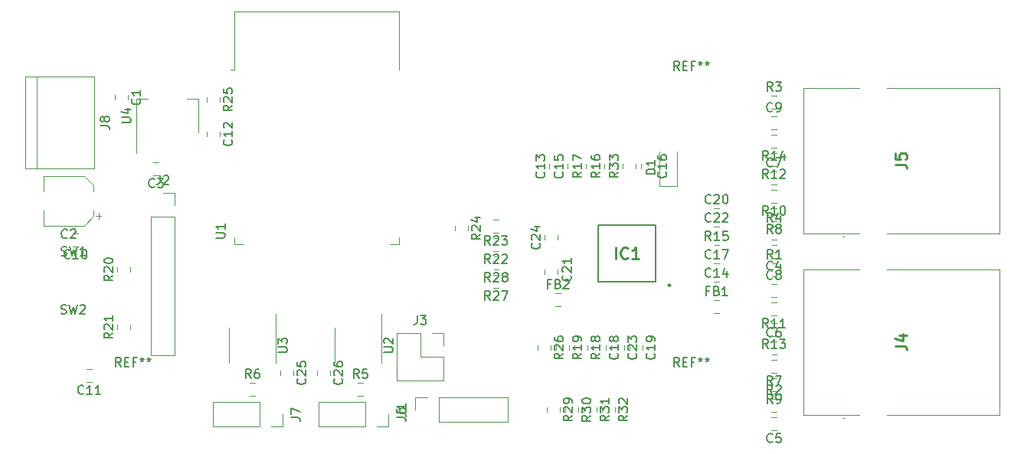
<source format=gbr>
G04 #@! TF.GenerationSoftware,KiCad,Pcbnew,(5.1.5)-3*
G04 #@! TF.CreationDate,2020-07-08T17:40:24+02:00*
G04 #@! TF.ProjectId,Mbed_Devboard,4d626564-5f44-4657-9662-6f6172642e6b,rev?*
G04 #@! TF.SameCoordinates,Original*
G04 #@! TF.FileFunction,Legend,Top*
G04 #@! TF.FilePolarity,Positive*
%FSLAX46Y46*%
G04 Gerber Fmt 4.6, Leading zero omitted, Abs format (unit mm)*
G04 Created by KiCad (PCBNEW (5.1.5)-3) date 2020-07-08 17:40:24*
%MOMM*%
%LPD*%
G04 APERTURE LIST*
%ADD10C,0.120000*%
%ADD11C,0.100000*%
%ADD12C,0.250000*%
%ADD13C,0.200000*%
%ADD14C,0.150000*%
%ADD15C,0.254000*%
G04 APERTURE END LIST*
D10*
X94742000Y-39370000D02*
X94742000Y-49530000D01*
X102362000Y-39370000D02*
X94742000Y-39370000D01*
X102362000Y-49530000D02*
X102362000Y-39370000D01*
X94742000Y-49530000D02*
X102362000Y-49530000D01*
X96012000Y-49530000D02*
X96012000Y-39370000D01*
X107080000Y-47788000D02*
X107080000Y-41778000D01*
X113900000Y-45538000D02*
X113900000Y-41778000D01*
X107080000Y-41778000D02*
X108340000Y-41778000D01*
X113900000Y-41778000D02*
X112640000Y-41778000D01*
X122448000Y-69088000D02*
X122448000Y-65638000D01*
X122448000Y-69088000D02*
X122448000Y-71038000D01*
X117328000Y-69088000D02*
X117328000Y-67138000D01*
X117328000Y-69088000D02*
X117328000Y-71038000D01*
X134132000Y-69088000D02*
X134132000Y-65638000D01*
X134132000Y-69088000D02*
X134132000Y-71038000D01*
X129012000Y-69088000D02*
X129012000Y-67138000D01*
X129012000Y-69088000D02*
X129012000Y-71038000D01*
X117880000Y-57106000D02*
X117880000Y-57886000D01*
X117880000Y-57886000D02*
X118880000Y-57886000D01*
X136120000Y-57106000D02*
X136120000Y-57886000D01*
X136120000Y-57886000D02*
X135120000Y-57886000D01*
X117880000Y-32141000D02*
X136120000Y-32141000D01*
X136120000Y-32141000D02*
X136120000Y-38561000D01*
X117880000Y-32141000D02*
X117880000Y-38561000D01*
X117880000Y-38561000D02*
X117500000Y-38561000D01*
X162254000Y-49528252D02*
X162254000Y-49005748D01*
X160834000Y-49528252D02*
X160834000Y-49005748D01*
X158548000Y-75938748D02*
X158548000Y-76461252D01*
X159968000Y-75938748D02*
X159968000Y-76461252D01*
X156516000Y-75938748D02*
X156516000Y-76461252D01*
X157936000Y-75938748D02*
X157936000Y-76461252D01*
X154484000Y-75947748D02*
X154484000Y-76470252D01*
X155904000Y-75947748D02*
X155904000Y-76470252D01*
X152452000Y-75929748D02*
X152452000Y-76452252D01*
X153872000Y-75929748D02*
X153872000Y-76452252D01*
X147082252Y-59234000D02*
X146559748Y-59234000D01*
X147082252Y-60654000D02*
X146559748Y-60654000D01*
X147064252Y-61266000D02*
X146541748Y-61266000D01*
X147064252Y-62686000D02*
X146541748Y-62686000D01*
X151436000Y-69080748D02*
X151436000Y-69603252D01*
X152856000Y-69080748D02*
X152856000Y-69603252D01*
X114860000Y-41648748D02*
X114860000Y-42171252D01*
X116280000Y-41648748D02*
X116280000Y-42171252D01*
X142292000Y-55872748D02*
X142292000Y-56395252D01*
X143712000Y-55872748D02*
X143712000Y-56395252D01*
X147064252Y-55170000D02*
X146541748Y-55170000D01*
X147064252Y-56590000D02*
X146541748Y-56590000D01*
X147064252Y-57202000D02*
X146541748Y-57202000D01*
X147064252Y-58622000D02*
X146541748Y-58622000D01*
X106374000Y-67317252D02*
X106374000Y-66794748D01*
X104954000Y-67317252D02*
X104954000Y-66794748D01*
X106374000Y-60967252D02*
X106374000Y-60444748D01*
X104954000Y-60967252D02*
X104954000Y-60444748D01*
X153468000Y-69071748D02*
X153468000Y-69594252D01*
X154888000Y-69071748D02*
X154888000Y-69594252D01*
X155500000Y-69071748D02*
X155500000Y-69594252D01*
X156920000Y-69071748D02*
X156920000Y-69594252D01*
X158190000Y-49528252D02*
X158190000Y-49005748D01*
X156770000Y-49528252D02*
X156770000Y-49005748D01*
X160222000Y-49537252D02*
X160222000Y-49014748D01*
X158802000Y-49537252D02*
X158802000Y-49014748D01*
X170943748Y-59384000D02*
X171466252Y-59384000D01*
X170943748Y-57964000D02*
X171466252Y-57964000D01*
X177807252Y-45772000D02*
X177284748Y-45772000D01*
X177807252Y-47192000D02*
X177284748Y-47192000D01*
X177798252Y-66600000D02*
X177275748Y-66600000D01*
X177798252Y-68020000D02*
X177275748Y-68020000D01*
X177807252Y-47804000D02*
X177284748Y-47804000D01*
X177807252Y-49224000D02*
X177284748Y-49224000D01*
X177798252Y-64314000D02*
X177275748Y-64314000D01*
X177798252Y-65734000D02*
X177275748Y-65734000D01*
X177798252Y-51868000D02*
X177275748Y-51868000D01*
X177798252Y-53288000D02*
X177275748Y-53288000D01*
X177807252Y-72696000D02*
X177284748Y-72696000D01*
X177807252Y-74116000D02*
X177284748Y-74116000D01*
X177807252Y-53900000D02*
X177284748Y-53900000D01*
X177807252Y-55320000D02*
X177284748Y-55320000D01*
X177807252Y-70664000D02*
X177284748Y-70664000D01*
X177807252Y-72084000D02*
X177284748Y-72084000D01*
X119626748Y-74624000D02*
X120149252Y-74624000D01*
X119626748Y-73204000D02*
X120149252Y-73204000D01*
X131564748Y-74624000D02*
X132087252Y-74624000D01*
X131564748Y-73204000D02*
X132087252Y-73204000D01*
X177284748Y-57352000D02*
X177807252Y-57352000D01*
X177284748Y-55932000D02*
X177807252Y-55932000D01*
X177284748Y-42874000D02*
X177807252Y-42874000D01*
X177284748Y-41454000D02*
X177807252Y-41454000D01*
X177275748Y-76402000D02*
X177798252Y-76402000D01*
X177275748Y-74982000D02*
X177798252Y-74982000D01*
X177293748Y-61416000D02*
X177816252Y-61416000D01*
X177293748Y-59996000D02*
X177816252Y-59996000D01*
X123250000Y-76708000D02*
X123250000Y-78038000D01*
X123250000Y-78038000D02*
X121920000Y-78038000D01*
X120650000Y-78038000D02*
X115510000Y-78038000D01*
X115510000Y-75378000D02*
X115510000Y-78038000D01*
X120650000Y-75378000D02*
X115510000Y-75378000D01*
X120650000Y-75378000D02*
X120650000Y-78038000D01*
X134934000Y-76708000D02*
X134934000Y-78038000D01*
X134934000Y-78038000D02*
X133604000Y-78038000D01*
X132334000Y-78038000D02*
X127194000Y-78038000D01*
X127194000Y-75378000D02*
X127194000Y-78038000D01*
X132334000Y-75378000D02*
X127194000Y-75378000D01*
X132334000Y-75378000D02*
X132334000Y-78038000D01*
D11*
X185166000Y-57086000D02*
G75*
G02X185266000Y-57086000I50000J0D01*
G01*
X185266000Y-57086000D02*
G75*
G02X185166000Y-57086000I-50000J0D01*
G01*
X185266000Y-57086000D02*
X185266000Y-57086000D01*
X185166000Y-57086000D02*
X185166000Y-57086000D01*
X180836000Y-56691000D02*
X187016000Y-56691000D01*
X180836000Y-40591000D02*
X180836000Y-56691000D01*
X187016000Y-40591000D02*
X180836000Y-40591000D01*
X202436000Y-56691000D02*
X190016000Y-56691000D01*
X202436000Y-40591000D02*
X202436000Y-56691000D01*
X190016000Y-40591000D02*
X202436000Y-40591000D01*
X185166000Y-77152000D02*
G75*
G02X185266000Y-77152000I50000J0D01*
G01*
X185266000Y-77152000D02*
G75*
G02X185166000Y-77152000I-50000J0D01*
G01*
X185266000Y-77152000D02*
X185266000Y-77152000D01*
X185166000Y-77152000D02*
X185166000Y-77152000D01*
X180836000Y-76757000D02*
X187016000Y-76757000D01*
X180836000Y-60657000D02*
X180836000Y-76757000D01*
X187016000Y-60657000D02*
X180836000Y-60657000D01*
X202436000Y-76757000D02*
X190016000Y-76757000D01*
X202436000Y-60657000D02*
X202436000Y-76757000D01*
X190016000Y-60657000D02*
X202436000Y-60657000D01*
D10*
X139700000Y-67758000D02*
X141030000Y-67758000D01*
X141030000Y-67758000D02*
X141030000Y-69088000D01*
X138430000Y-67758000D02*
X138430000Y-70358000D01*
X138430000Y-70358000D02*
X141030000Y-70358000D01*
X141030000Y-70358000D02*
X141030000Y-72958000D01*
X135830000Y-72958000D02*
X141030000Y-72958000D01*
X135830000Y-67758000D02*
X135830000Y-72958000D01*
X135830000Y-67758000D02*
X138430000Y-67758000D01*
X109982000Y-52264000D02*
X111312000Y-52264000D01*
X111312000Y-52264000D02*
X111312000Y-53594000D01*
X111312000Y-54864000D02*
X111312000Y-70164000D01*
X108652000Y-70164000D02*
X111312000Y-70164000D01*
X108652000Y-54864000D02*
X108652000Y-70164000D01*
X108652000Y-54864000D02*
X111312000Y-54864000D01*
X137862000Y-76200000D02*
X137862000Y-74870000D01*
X137862000Y-74870000D02*
X139192000Y-74870000D01*
X140462000Y-74870000D02*
X148142000Y-74870000D01*
X148142000Y-77530000D02*
X148142000Y-74870000D01*
X140462000Y-77530000D02*
X148142000Y-77530000D01*
X140462000Y-77530000D02*
X140462000Y-74870000D01*
D12*
X166115000Y-62428000D02*
G75*
G03X166115000Y-62428000I-125000J0D01*
G01*
D13*
X164440000Y-55778000D02*
X164440000Y-62078000D01*
X158140000Y-55778000D02*
X164440000Y-55778000D01*
X158140000Y-62078000D02*
X158140000Y-55778000D01*
X164440000Y-62078000D02*
X158140000Y-62078000D01*
D10*
X153399748Y-64718000D02*
X153922252Y-64718000D01*
X153399748Y-63298000D02*
X153922252Y-63298000D01*
X170925748Y-65480000D02*
X171448252Y-65480000D01*
X170925748Y-64060000D02*
X171448252Y-64060000D01*
X164862000Y-51476000D02*
X164862000Y-47626000D01*
X166862000Y-51476000D02*
X166862000Y-47626000D01*
X164862000Y-51476000D02*
X166862000Y-51476000D01*
X127052000Y-71874748D02*
X127052000Y-72397252D01*
X128472000Y-71874748D02*
X128472000Y-72397252D01*
X122988000Y-71874748D02*
X122988000Y-72397252D01*
X124408000Y-71874748D02*
X124408000Y-72397252D01*
X153618000Y-57402252D02*
X153618000Y-56879748D01*
X152198000Y-57402252D02*
X152198000Y-56879748D01*
X159564000Y-69080748D02*
X159564000Y-69603252D01*
X160984000Y-69080748D02*
X160984000Y-69603252D01*
X170925748Y-57352000D02*
X171448252Y-57352000D01*
X170925748Y-55932000D02*
X171448252Y-55932000D01*
X152198000Y-60698748D02*
X152198000Y-61221252D01*
X153618000Y-60698748D02*
X153618000Y-61221252D01*
X170934748Y-55320000D02*
X171457252Y-55320000D01*
X170934748Y-53900000D02*
X171457252Y-53900000D01*
X161596000Y-69071748D02*
X161596000Y-69594252D01*
X163016000Y-69071748D02*
X163016000Y-69594252D01*
X157532000Y-69080748D02*
X157532000Y-69603252D01*
X158952000Y-69080748D02*
X158952000Y-69603252D01*
X170934748Y-61416000D02*
X171457252Y-61416000D01*
X170934748Y-59996000D02*
X171457252Y-59996000D01*
X162866000Y-49014748D02*
X162866000Y-49537252D01*
X164286000Y-49014748D02*
X164286000Y-49537252D01*
X156158000Y-49546252D02*
X156158000Y-49023748D01*
X154738000Y-49546252D02*
X154738000Y-49023748D01*
X170925748Y-63448000D02*
X171448252Y-63448000D01*
X170925748Y-62028000D02*
X171448252Y-62028000D01*
X154126000Y-49546252D02*
X154126000Y-49023748D01*
X152706000Y-49546252D02*
X152706000Y-49023748D01*
X114860000Y-45449748D02*
X114860000Y-45972252D01*
X116280000Y-45449748D02*
X116280000Y-45972252D01*
X102115252Y-71680000D02*
X101592748Y-71680000D01*
X102115252Y-73100000D02*
X101592748Y-73100000D01*
X100591252Y-56694000D02*
X100068748Y-56694000D01*
X100591252Y-58114000D02*
X100068748Y-58114000D01*
X177275748Y-45160000D02*
X177798252Y-45160000D01*
X177275748Y-43740000D02*
X177798252Y-43740000D01*
X177275748Y-63702000D02*
X177798252Y-63702000D01*
X177275748Y-62282000D02*
X177798252Y-62282000D01*
X177284748Y-51256000D02*
X177807252Y-51256000D01*
X177284748Y-49836000D02*
X177807252Y-49836000D01*
X177293748Y-70052000D02*
X177816252Y-70052000D01*
X177293748Y-68632000D02*
X177816252Y-68632000D01*
X177807252Y-77014000D02*
X177284748Y-77014000D01*
X177807252Y-78434000D02*
X177284748Y-78434000D01*
X177816252Y-57964000D02*
X177293748Y-57964000D01*
X177816252Y-59384000D02*
X177293748Y-59384000D01*
X109481252Y-48820000D02*
X108958748Y-48820000D01*
X109481252Y-50240000D02*
X108958748Y-50240000D01*
X102880500Y-55083500D02*
X102880500Y-54458500D01*
X103193000Y-54771000D02*
X102568000Y-54771000D01*
X102328000Y-51390437D02*
X101263563Y-50326000D01*
X102328000Y-54781563D02*
X101263563Y-55846000D01*
X102328000Y-54781563D02*
X102328000Y-54146000D01*
X102328000Y-51390437D02*
X102328000Y-52026000D01*
X101263563Y-50326000D02*
X96808000Y-50326000D01*
X101263563Y-55846000D02*
X96808000Y-55846000D01*
X96808000Y-55846000D02*
X96808000Y-54146000D01*
X96808000Y-50326000D02*
X96808000Y-52026000D01*
X104700000Y-41394748D02*
X104700000Y-41917252D01*
X106120000Y-41394748D02*
X106120000Y-41917252D01*
D14*
X167068666Y-38670380D02*
X166735333Y-38194190D01*
X166497238Y-38670380D02*
X166497238Y-37670380D01*
X166878190Y-37670380D01*
X166973428Y-37718000D01*
X167021047Y-37765619D01*
X167068666Y-37860857D01*
X167068666Y-38003714D01*
X167021047Y-38098952D01*
X166973428Y-38146571D01*
X166878190Y-38194190D01*
X166497238Y-38194190D01*
X167497238Y-38146571D02*
X167830571Y-38146571D01*
X167973428Y-38670380D02*
X167497238Y-38670380D01*
X167497238Y-37670380D01*
X167973428Y-37670380D01*
X168735333Y-38146571D02*
X168402000Y-38146571D01*
X168402000Y-38670380D02*
X168402000Y-37670380D01*
X168878190Y-37670380D01*
X169402000Y-37670380D02*
X169402000Y-37908476D01*
X169163904Y-37813238D02*
X169402000Y-37908476D01*
X169640095Y-37813238D01*
X169259142Y-38098952D02*
X169402000Y-37908476D01*
X169544857Y-38098952D01*
X170163904Y-37670380D02*
X170163904Y-37908476D01*
X169925809Y-37813238D02*
X170163904Y-37908476D01*
X170402000Y-37813238D01*
X170021047Y-38098952D02*
X170163904Y-37908476D01*
X170306761Y-38098952D01*
X105346666Y-71436380D02*
X105013333Y-70960190D01*
X104775238Y-71436380D02*
X104775238Y-70436380D01*
X105156190Y-70436380D01*
X105251428Y-70484000D01*
X105299047Y-70531619D01*
X105346666Y-70626857D01*
X105346666Y-70769714D01*
X105299047Y-70864952D01*
X105251428Y-70912571D01*
X105156190Y-70960190D01*
X104775238Y-70960190D01*
X105775238Y-70912571D02*
X106108571Y-70912571D01*
X106251428Y-71436380D02*
X105775238Y-71436380D01*
X105775238Y-70436380D01*
X106251428Y-70436380D01*
X107013333Y-70912571D02*
X106680000Y-70912571D01*
X106680000Y-71436380D02*
X106680000Y-70436380D01*
X107156190Y-70436380D01*
X107680000Y-70436380D02*
X107680000Y-70674476D01*
X107441904Y-70579238D02*
X107680000Y-70674476D01*
X107918095Y-70579238D01*
X107537142Y-70864952D02*
X107680000Y-70674476D01*
X107822857Y-70864952D01*
X108441904Y-70436380D02*
X108441904Y-70674476D01*
X108203809Y-70579238D02*
X108441904Y-70674476D01*
X108680000Y-70579238D01*
X108299047Y-70864952D02*
X108441904Y-70674476D01*
X108584761Y-70864952D01*
X167068666Y-71436380D02*
X166735333Y-70960190D01*
X166497238Y-71436380D02*
X166497238Y-70436380D01*
X166878190Y-70436380D01*
X166973428Y-70484000D01*
X167021047Y-70531619D01*
X167068666Y-70626857D01*
X167068666Y-70769714D01*
X167021047Y-70864952D01*
X166973428Y-70912571D01*
X166878190Y-70960190D01*
X166497238Y-70960190D01*
X167497238Y-70912571D02*
X167830571Y-70912571D01*
X167973428Y-71436380D02*
X167497238Y-71436380D01*
X167497238Y-70436380D01*
X167973428Y-70436380D01*
X168735333Y-70912571D02*
X168402000Y-70912571D01*
X168402000Y-71436380D02*
X168402000Y-70436380D01*
X168878190Y-70436380D01*
X169402000Y-70436380D02*
X169402000Y-70674476D01*
X169163904Y-70579238D02*
X169402000Y-70674476D01*
X169640095Y-70579238D01*
X169259142Y-70864952D02*
X169402000Y-70674476D01*
X169544857Y-70864952D01*
X170163904Y-70436380D02*
X170163904Y-70674476D01*
X169925809Y-70579238D02*
X170163904Y-70674476D01*
X170402000Y-70579238D01*
X170021047Y-70864952D02*
X170163904Y-70674476D01*
X170306761Y-70864952D01*
X103084380Y-44783333D02*
X103798666Y-44783333D01*
X103941523Y-44830952D01*
X104036761Y-44926190D01*
X104084380Y-45069047D01*
X104084380Y-45164285D01*
X103512952Y-44164285D02*
X103465333Y-44259523D01*
X103417714Y-44307142D01*
X103322476Y-44354761D01*
X103274857Y-44354761D01*
X103179619Y-44307142D01*
X103132000Y-44259523D01*
X103084380Y-44164285D01*
X103084380Y-43973809D01*
X103132000Y-43878571D01*
X103179619Y-43830952D01*
X103274857Y-43783333D01*
X103322476Y-43783333D01*
X103417714Y-43830952D01*
X103465333Y-43878571D01*
X103512952Y-43973809D01*
X103512952Y-44164285D01*
X103560571Y-44259523D01*
X103608190Y-44307142D01*
X103703428Y-44354761D01*
X103893904Y-44354761D01*
X103989142Y-44307142D01*
X104036761Y-44259523D01*
X104084380Y-44164285D01*
X104084380Y-43973809D01*
X104036761Y-43878571D01*
X103989142Y-43830952D01*
X103893904Y-43783333D01*
X103703428Y-43783333D01*
X103608190Y-43830952D01*
X103560571Y-43878571D01*
X103512952Y-43973809D01*
X105442380Y-44449904D02*
X106251904Y-44449904D01*
X106347142Y-44402285D01*
X106394761Y-44354666D01*
X106442380Y-44259428D01*
X106442380Y-44068952D01*
X106394761Y-43973714D01*
X106347142Y-43926095D01*
X106251904Y-43878476D01*
X105442380Y-43878476D01*
X105775714Y-42973714D02*
X106442380Y-42973714D01*
X105394761Y-43211809D02*
X106109047Y-43449904D01*
X106109047Y-42830857D01*
X122740380Y-69849904D02*
X123549904Y-69849904D01*
X123645142Y-69802285D01*
X123692761Y-69754666D01*
X123740380Y-69659428D01*
X123740380Y-69468952D01*
X123692761Y-69373714D01*
X123645142Y-69326095D01*
X123549904Y-69278476D01*
X122740380Y-69278476D01*
X122740380Y-68897523D02*
X122740380Y-68278476D01*
X123121333Y-68611809D01*
X123121333Y-68468952D01*
X123168952Y-68373714D01*
X123216571Y-68326095D01*
X123311809Y-68278476D01*
X123549904Y-68278476D01*
X123645142Y-68326095D01*
X123692761Y-68373714D01*
X123740380Y-68468952D01*
X123740380Y-68754666D01*
X123692761Y-68849904D01*
X123645142Y-68897523D01*
X134424380Y-69849904D02*
X135233904Y-69849904D01*
X135329142Y-69802285D01*
X135376761Y-69754666D01*
X135424380Y-69659428D01*
X135424380Y-69468952D01*
X135376761Y-69373714D01*
X135329142Y-69326095D01*
X135233904Y-69278476D01*
X134424380Y-69278476D01*
X134519619Y-68849904D02*
X134472000Y-68802285D01*
X134424380Y-68707047D01*
X134424380Y-68468952D01*
X134472000Y-68373714D01*
X134519619Y-68326095D01*
X134614857Y-68278476D01*
X134710095Y-68278476D01*
X134852952Y-68326095D01*
X135424380Y-68897523D01*
X135424380Y-68278476D01*
X115842380Y-57197904D02*
X116651904Y-57197904D01*
X116747142Y-57150285D01*
X116794761Y-57102666D01*
X116842380Y-57007428D01*
X116842380Y-56816952D01*
X116794761Y-56721714D01*
X116747142Y-56674095D01*
X116651904Y-56626476D01*
X115842380Y-56626476D01*
X116842380Y-55626476D02*
X116842380Y-56197904D01*
X116842380Y-55912190D02*
X115842380Y-55912190D01*
X115985238Y-56007428D01*
X116080476Y-56102666D01*
X116128095Y-56197904D01*
X98742666Y-65547761D02*
X98885523Y-65595380D01*
X99123619Y-65595380D01*
X99218857Y-65547761D01*
X99266476Y-65500142D01*
X99314095Y-65404904D01*
X99314095Y-65309666D01*
X99266476Y-65214428D01*
X99218857Y-65166809D01*
X99123619Y-65119190D01*
X98933142Y-65071571D01*
X98837904Y-65023952D01*
X98790285Y-64976333D01*
X98742666Y-64881095D01*
X98742666Y-64785857D01*
X98790285Y-64690619D01*
X98837904Y-64643000D01*
X98933142Y-64595380D01*
X99171238Y-64595380D01*
X99314095Y-64643000D01*
X99647428Y-64595380D02*
X99885523Y-65595380D01*
X100076000Y-64881095D01*
X100266476Y-65595380D01*
X100504571Y-64595380D01*
X100837904Y-64690619D02*
X100885523Y-64643000D01*
X100980761Y-64595380D01*
X101218857Y-64595380D01*
X101314095Y-64643000D01*
X101361714Y-64690619D01*
X101409333Y-64785857D01*
X101409333Y-64881095D01*
X101361714Y-65023952D01*
X100790285Y-65595380D01*
X101409333Y-65595380D01*
X98783666Y-59132761D02*
X98926523Y-59180380D01*
X99164619Y-59180380D01*
X99259857Y-59132761D01*
X99307476Y-59085142D01*
X99355095Y-58989904D01*
X99355095Y-58894666D01*
X99307476Y-58799428D01*
X99259857Y-58751809D01*
X99164619Y-58704190D01*
X98974142Y-58656571D01*
X98878904Y-58608952D01*
X98831285Y-58561333D01*
X98783666Y-58466095D01*
X98783666Y-58370857D01*
X98831285Y-58275619D01*
X98878904Y-58228000D01*
X98974142Y-58180380D01*
X99212238Y-58180380D01*
X99355095Y-58228000D01*
X99688428Y-58180380D02*
X99926523Y-59180380D01*
X100117000Y-58466095D01*
X100307476Y-59180380D01*
X100545571Y-58180380D01*
X101450333Y-59180380D02*
X100878904Y-59180380D01*
X101164619Y-59180380D02*
X101164619Y-58180380D01*
X101069380Y-58323238D01*
X100974142Y-58418476D01*
X100878904Y-58466095D01*
X160346380Y-49909857D02*
X159870190Y-50243190D01*
X160346380Y-50481285D02*
X159346380Y-50481285D01*
X159346380Y-50100333D01*
X159394000Y-50005095D01*
X159441619Y-49957476D01*
X159536857Y-49909857D01*
X159679714Y-49909857D01*
X159774952Y-49957476D01*
X159822571Y-50005095D01*
X159870190Y-50100333D01*
X159870190Y-50481285D01*
X159346380Y-49576523D02*
X159346380Y-48957476D01*
X159727333Y-49290809D01*
X159727333Y-49147952D01*
X159774952Y-49052714D01*
X159822571Y-49005095D01*
X159917809Y-48957476D01*
X160155904Y-48957476D01*
X160251142Y-49005095D01*
X160298761Y-49052714D01*
X160346380Y-49147952D01*
X160346380Y-49433666D01*
X160298761Y-49528904D01*
X160251142Y-49576523D01*
X159346380Y-48624142D02*
X159346380Y-48005095D01*
X159727333Y-48338428D01*
X159727333Y-48195571D01*
X159774952Y-48100333D01*
X159822571Y-48052714D01*
X159917809Y-48005095D01*
X160155904Y-48005095D01*
X160251142Y-48052714D01*
X160298761Y-48100333D01*
X160346380Y-48195571D01*
X160346380Y-48481285D01*
X160298761Y-48576523D01*
X160251142Y-48624142D01*
X161360380Y-76842857D02*
X160884190Y-77176190D01*
X161360380Y-77414285D02*
X160360380Y-77414285D01*
X160360380Y-77033333D01*
X160408000Y-76938095D01*
X160455619Y-76890476D01*
X160550857Y-76842857D01*
X160693714Y-76842857D01*
X160788952Y-76890476D01*
X160836571Y-76938095D01*
X160884190Y-77033333D01*
X160884190Y-77414285D01*
X160360380Y-76509523D02*
X160360380Y-75890476D01*
X160741333Y-76223809D01*
X160741333Y-76080952D01*
X160788952Y-75985714D01*
X160836571Y-75938095D01*
X160931809Y-75890476D01*
X161169904Y-75890476D01*
X161265142Y-75938095D01*
X161312761Y-75985714D01*
X161360380Y-76080952D01*
X161360380Y-76366666D01*
X161312761Y-76461904D01*
X161265142Y-76509523D01*
X160455619Y-75509523D02*
X160408000Y-75461904D01*
X160360380Y-75366666D01*
X160360380Y-75128571D01*
X160408000Y-75033333D01*
X160455619Y-74985714D01*
X160550857Y-74938095D01*
X160646095Y-74938095D01*
X160788952Y-74985714D01*
X161360380Y-75557142D01*
X161360380Y-74938095D01*
X159328380Y-76842857D02*
X158852190Y-77176190D01*
X159328380Y-77414285D02*
X158328380Y-77414285D01*
X158328380Y-77033333D01*
X158376000Y-76938095D01*
X158423619Y-76890476D01*
X158518857Y-76842857D01*
X158661714Y-76842857D01*
X158756952Y-76890476D01*
X158804571Y-76938095D01*
X158852190Y-77033333D01*
X158852190Y-77414285D01*
X158328380Y-76509523D02*
X158328380Y-75890476D01*
X158709333Y-76223809D01*
X158709333Y-76080952D01*
X158756952Y-75985714D01*
X158804571Y-75938095D01*
X158899809Y-75890476D01*
X159137904Y-75890476D01*
X159233142Y-75938095D01*
X159280761Y-75985714D01*
X159328380Y-76080952D01*
X159328380Y-76366666D01*
X159280761Y-76461904D01*
X159233142Y-76509523D01*
X159328380Y-74938095D02*
X159328380Y-75509523D01*
X159328380Y-75223809D02*
X158328380Y-75223809D01*
X158471238Y-75319047D01*
X158566476Y-75414285D01*
X158614095Y-75509523D01*
X157296380Y-76851857D02*
X156820190Y-77185190D01*
X157296380Y-77423285D02*
X156296380Y-77423285D01*
X156296380Y-77042333D01*
X156344000Y-76947095D01*
X156391619Y-76899476D01*
X156486857Y-76851857D01*
X156629714Y-76851857D01*
X156724952Y-76899476D01*
X156772571Y-76947095D01*
X156820190Y-77042333D01*
X156820190Y-77423285D01*
X156296380Y-76518523D02*
X156296380Y-75899476D01*
X156677333Y-76232809D01*
X156677333Y-76089952D01*
X156724952Y-75994714D01*
X156772571Y-75947095D01*
X156867809Y-75899476D01*
X157105904Y-75899476D01*
X157201142Y-75947095D01*
X157248761Y-75994714D01*
X157296380Y-76089952D01*
X157296380Y-76375666D01*
X157248761Y-76470904D01*
X157201142Y-76518523D01*
X156296380Y-75280428D02*
X156296380Y-75185190D01*
X156344000Y-75089952D01*
X156391619Y-75042333D01*
X156486857Y-74994714D01*
X156677333Y-74947095D01*
X156915428Y-74947095D01*
X157105904Y-74994714D01*
X157201142Y-75042333D01*
X157248761Y-75089952D01*
X157296380Y-75185190D01*
X157296380Y-75280428D01*
X157248761Y-75375666D01*
X157201142Y-75423285D01*
X157105904Y-75470904D01*
X156915428Y-75518523D01*
X156677333Y-75518523D01*
X156486857Y-75470904D01*
X156391619Y-75423285D01*
X156344000Y-75375666D01*
X156296380Y-75280428D01*
X155264380Y-76833857D02*
X154788190Y-77167190D01*
X155264380Y-77405285D02*
X154264380Y-77405285D01*
X154264380Y-77024333D01*
X154312000Y-76929095D01*
X154359619Y-76881476D01*
X154454857Y-76833857D01*
X154597714Y-76833857D01*
X154692952Y-76881476D01*
X154740571Y-76929095D01*
X154788190Y-77024333D01*
X154788190Y-77405285D01*
X154359619Y-76452904D02*
X154312000Y-76405285D01*
X154264380Y-76310047D01*
X154264380Y-76071952D01*
X154312000Y-75976714D01*
X154359619Y-75929095D01*
X154454857Y-75881476D01*
X154550095Y-75881476D01*
X154692952Y-75929095D01*
X155264380Y-76500523D01*
X155264380Y-75881476D01*
X155264380Y-75405285D02*
X155264380Y-75214809D01*
X155216761Y-75119571D01*
X155169142Y-75071952D01*
X155026285Y-74976714D01*
X154835809Y-74929095D01*
X154454857Y-74929095D01*
X154359619Y-74976714D01*
X154312000Y-75024333D01*
X154264380Y-75119571D01*
X154264380Y-75310047D01*
X154312000Y-75405285D01*
X154359619Y-75452904D01*
X154454857Y-75500523D01*
X154692952Y-75500523D01*
X154788190Y-75452904D01*
X154835809Y-75405285D01*
X154883428Y-75310047D01*
X154883428Y-75119571D01*
X154835809Y-75024333D01*
X154788190Y-74976714D01*
X154692952Y-74929095D01*
X146178142Y-62046380D02*
X145844809Y-61570190D01*
X145606714Y-62046380D02*
X145606714Y-61046380D01*
X145987666Y-61046380D01*
X146082904Y-61094000D01*
X146130523Y-61141619D01*
X146178142Y-61236857D01*
X146178142Y-61379714D01*
X146130523Y-61474952D01*
X146082904Y-61522571D01*
X145987666Y-61570190D01*
X145606714Y-61570190D01*
X146559095Y-61141619D02*
X146606714Y-61094000D01*
X146701952Y-61046380D01*
X146940047Y-61046380D01*
X147035285Y-61094000D01*
X147082904Y-61141619D01*
X147130523Y-61236857D01*
X147130523Y-61332095D01*
X147082904Y-61474952D01*
X146511476Y-62046380D01*
X147130523Y-62046380D01*
X147701952Y-61474952D02*
X147606714Y-61427333D01*
X147559095Y-61379714D01*
X147511476Y-61284476D01*
X147511476Y-61236857D01*
X147559095Y-61141619D01*
X147606714Y-61094000D01*
X147701952Y-61046380D01*
X147892428Y-61046380D01*
X147987666Y-61094000D01*
X148035285Y-61141619D01*
X148082904Y-61236857D01*
X148082904Y-61284476D01*
X148035285Y-61379714D01*
X147987666Y-61427333D01*
X147892428Y-61474952D01*
X147701952Y-61474952D01*
X147606714Y-61522571D01*
X147559095Y-61570190D01*
X147511476Y-61665428D01*
X147511476Y-61855904D01*
X147559095Y-61951142D01*
X147606714Y-61998761D01*
X147701952Y-62046380D01*
X147892428Y-62046380D01*
X147987666Y-61998761D01*
X148035285Y-61951142D01*
X148082904Y-61855904D01*
X148082904Y-61665428D01*
X148035285Y-61570190D01*
X147987666Y-61522571D01*
X147892428Y-61474952D01*
X146160142Y-64078380D02*
X145826809Y-63602190D01*
X145588714Y-64078380D02*
X145588714Y-63078380D01*
X145969666Y-63078380D01*
X146064904Y-63126000D01*
X146112523Y-63173619D01*
X146160142Y-63268857D01*
X146160142Y-63411714D01*
X146112523Y-63506952D01*
X146064904Y-63554571D01*
X145969666Y-63602190D01*
X145588714Y-63602190D01*
X146541095Y-63173619D02*
X146588714Y-63126000D01*
X146683952Y-63078380D01*
X146922047Y-63078380D01*
X147017285Y-63126000D01*
X147064904Y-63173619D01*
X147112523Y-63268857D01*
X147112523Y-63364095D01*
X147064904Y-63506952D01*
X146493476Y-64078380D01*
X147112523Y-64078380D01*
X147445857Y-63078380D02*
X148112523Y-63078380D01*
X147683952Y-64078380D01*
X154248380Y-69984857D02*
X153772190Y-70318190D01*
X154248380Y-70556285D02*
X153248380Y-70556285D01*
X153248380Y-70175333D01*
X153296000Y-70080095D01*
X153343619Y-70032476D01*
X153438857Y-69984857D01*
X153581714Y-69984857D01*
X153676952Y-70032476D01*
X153724571Y-70080095D01*
X153772190Y-70175333D01*
X153772190Y-70556285D01*
X153343619Y-69603904D02*
X153296000Y-69556285D01*
X153248380Y-69461047D01*
X153248380Y-69222952D01*
X153296000Y-69127714D01*
X153343619Y-69080095D01*
X153438857Y-69032476D01*
X153534095Y-69032476D01*
X153676952Y-69080095D01*
X154248380Y-69651523D01*
X154248380Y-69032476D01*
X153248380Y-68175333D02*
X153248380Y-68365809D01*
X153296000Y-68461047D01*
X153343619Y-68508666D01*
X153486476Y-68603904D01*
X153676952Y-68651523D01*
X154057904Y-68651523D01*
X154153142Y-68603904D01*
X154200761Y-68556285D01*
X154248380Y-68461047D01*
X154248380Y-68270571D01*
X154200761Y-68175333D01*
X154153142Y-68127714D01*
X154057904Y-68080095D01*
X153819809Y-68080095D01*
X153724571Y-68127714D01*
X153676952Y-68175333D01*
X153629333Y-68270571D01*
X153629333Y-68461047D01*
X153676952Y-68556285D01*
X153724571Y-68603904D01*
X153819809Y-68651523D01*
X117672380Y-42552857D02*
X117196190Y-42886190D01*
X117672380Y-43124285D02*
X116672380Y-43124285D01*
X116672380Y-42743333D01*
X116720000Y-42648095D01*
X116767619Y-42600476D01*
X116862857Y-42552857D01*
X117005714Y-42552857D01*
X117100952Y-42600476D01*
X117148571Y-42648095D01*
X117196190Y-42743333D01*
X117196190Y-43124285D01*
X116767619Y-42171904D02*
X116720000Y-42124285D01*
X116672380Y-42029047D01*
X116672380Y-41790952D01*
X116720000Y-41695714D01*
X116767619Y-41648095D01*
X116862857Y-41600476D01*
X116958095Y-41600476D01*
X117100952Y-41648095D01*
X117672380Y-42219523D01*
X117672380Y-41600476D01*
X116672380Y-40695714D02*
X116672380Y-41171904D01*
X117148571Y-41219523D01*
X117100952Y-41171904D01*
X117053333Y-41076666D01*
X117053333Y-40838571D01*
X117100952Y-40743333D01*
X117148571Y-40695714D01*
X117243809Y-40648095D01*
X117481904Y-40648095D01*
X117577142Y-40695714D01*
X117624761Y-40743333D01*
X117672380Y-40838571D01*
X117672380Y-41076666D01*
X117624761Y-41171904D01*
X117577142Y-41219523D01*
X145104380Y-56776857D02*
X144628190Y-57110190D01*
X145104380Y-57348285D02*
X144104380Y-57348285D01*
X144104380Y-56967333D01*
X144152000Y-56872095D01*
X144199619Y-56824476D01*
X144294857Y-56776857D01*
X144437714Y-56776857D01*
X144532952Y-56824476D01*
X144580571Y-56872095D01*
X144628190Y-56967333D01*
X144628190Y-57348285D01*
X144199619Y-56395904D02*
X144152000Y-56348285D01*
X144104380Y-56253047D01*
X144104380Y-56014952D01*
X144152000Y-55919714D01*
X144199619Y-55872095D01*
X144294857Y-55824476D01*
X144390095Y-55824476D01*
X144532952Y-55872095D01*
X145104380Y-56443523D01*
X145104380Y-55824476D01*
X144437714Y-54967333D02*
X145104380Y-54967333D01*
X144056761Y-55205428D02*
X144771047Y-55443523D01*
X144771047Y-54824476D01*
X146160142Y-57982380D02*
X145826809Y-57506190D01*
X145588714Y-57982380D02*
X145588714Y-56982380D01*
X145969666Y-56982380D01*
X146064904Y-57030000D01*
X146112523Y-57077619D01*
X146160142Y-57172857D01*
X146160142Y-57315714D01*
X146112523Y-57410952D01*
X146064904Y-57458571D01*
X145969666Y-57506190D01*
X145588714Y-57506190D01*
X146541095Y-57077619D02*
X146588714Y-57030000D01*
X146683952Y-56982380D01*
X146922047Y-56982380D01*
X147017285Y-57030000D01*
X147064904Y-57077619D01*
X147112523Y-57172857D01*
X147112523Y-57268095D01*
X147064904Y-57410952D01*
X146493476Y-57982380D01*
X147112523Y-57982380D01*
X147445857Y-56982380D02*
X148064904Y-56982380D01*
X147731571Y-57363333D01*
X147874428Y-57363333D01*
X147969666Y-57410952D01*
X148017285Y-57458571D01*
X148064904Y-57553809D01*
X148064904Y-57791904D01*
X148017285Y-57887142D01*
X147969666Y-57934761D01*
X147874428Y-57982380D01*
X147588714Y-57982380D01*
X147493476Y-57934761D01*
X147445857Y-57887142D01*
X146160142Y-60014380D02*
X145826809Y-59538190D01*
X145588714Y-60014380D02*
X145588714Y-59014380D01*
X145969666Y-59014380D01*
X146064904Y-59062000D01*
X146112523Y-59109619D01*
X146160142Y-59204857D01*
X146160142Y-59347714D01*
X146112523Y-59442952D01*
X146064904Y-59490571D01*
X145969666Y-59538190D01*
X145588714Y-59538190D01*
X146541095Y-59109619D02*
X146588714Y-59062000D01*
X146683952Y-59014380D01*
X146922047Y-59014380D01*
X147017285Y-59062000D01*
X147064904Y-59109619D01*
X147112523Y-59204857D01*
X147112523Y-59300095D01*
X147064904Y-59442952D01*
X146493476Y-60014380D01*
X147112523Y-60014380D01*
X147493476Y-59109619D02*
X147541095Y-59062000D01*
X147636333Y-59014380D01*
X147874428Y-59014380D01*
X147969666Y-59062000D01*
X148017285Y-59109619D01*
X148064904Y-59204857D01*
X148064904Y-59300095D01*
X148017285Y-59442952D01*
X147445857Y-60014380D01*
X148064904Y-60014380D01*
X104466380Y-67698857D02*
X103990190Y-68032190D01*
X104466380Y-68270285D02*
X103466380Y-68270285D01*
X103466380Y-67889333D01*
X103514000Y-67794095D01*
X103561619Y-67746476D01*
X103656857Y-67698857D01*
X103799714Y-67698857D01*
X103894952Y-67746476D01*
X103942571Y-67794095D01*
X103990190Y-67889333D01*
X103990190Y-68270285D01*
X103561619Y-67317904D02*
X103514000Y-67270285D01*
X103466380Y-67175047D01*
X103466380Y-66936952D01*
X103514000Y-66841714D01*
X103561619Y-66794095D01*
X103656857Y-66746476D01*
X103752095Y-66746476D01*
X103894952Y-66794095D01*
X104466380Y-67365523D01*
X104466380Y-66746476D01*
X104466380Y-65794095D02*
X104466380Y-66365523D01*
X104466380Y-66079809D02*
X103466380Y-66079809D01*
X103609238Y-66175047D01*
X103704476Y-66270285D01*
X103752095Y-66365523D01*
X104466380Y-61348857D02*
X103990190Y-61682190D01*
X104466380Y-61920285D02*
X103466380Y-61920285D01*
X103466380Y-61539333D01*
X103514000Y-61444095D01*
X103561619Y-61396476D01*
X103656857Y-61348857D01*
X103799714Y-61348857D01*
X103894952Y-61396476D01*
X103942571Y-61444095D01*
X103990190Y-61539333D01*
X103990190Y-61920285D01*
X103561619Y-60967904D02*
X103514000Y-60920285D01*
X103466380Y-60825047D01*
X103466380Y-60586952D01*
X103514000Y-60491714D01*
X103561619Y-60444095D01*
X103656857Y-60396476D01*
X103752095Y-60396476D01*
X103894952Y-60444095D01*
X104466380Y-61015523D01*
X104466380Y-60396476D01*
X103466380Y-59777428D02*
X103466380Y-59682190D01*
X103514000Y-59586952D01*
X103561619Y-59539333D01*
X103656857Y-59491714D01*
X103847333Y-59444095D01*
X104085428Y-59444095D01*
X104275904Y-59491714D01*
X104371142Y-59539333D01*
X104418761Y-59586952D01*
X104466380Y-59682190D01*
X104466380Y-59777428D01*
X104418761Y-59872666D01*
X104371142Y-59920285D01*
X104275904Y-59967904D01*
X104085428Y-60015523D01*
X103847333Y-60015523D01*
X103656857Y-59967904D01*
X103561619Y-59920285D01*
X103514000Y-59872666D01*
X103466380Y-59777428D01*
X156280380Y-69975857D02*
X155804190Y-70309190D01*
X156280380Y-70547285D02*
X155280380Y-70547285D01*
X155280380Y-70166333D01*
X155328000Y-70071095D01*
X155375619Y-70023476D01*
X155470857Y-69975857D01*
X155613714Y-69975857D01*
X155708952Y-70023476D01*
X155756571Y-70071095D01*
X155804190Y-70166333D01*
X155804190Y-70547285D01*
X156280380Y-69023476D02*
X156280380Y-69594904D01*
X156280380Y-69309190D02*
X155280380Y-69309190D01*
X155423238Y-69404428D01*
X155518476Y-69499666D01*
X155566095Y-69594904D01*
X156280380Y-68547285D02*
X156280380Y-68356809D01*
X156232761Y-68261571D01*
X156185142Y-68213952D01*
X156042285Y-68118714D01*
X155851809Y-68071095D01*
X155470857Y-68071095D01*
X155375619Y-68118714D01*
X155328000Y-68166333D01*
X155280380Y-68261571D01*
X155280380Y-68452047D01*
X155328000Y-68547285D01*
X155375619Y-68594904D01*
X155470857Y-68642523D01*
X155708952Y-68642523D01*
X155804190Y-68594904D01*
X155851809Y-68547285D01*
X155899428Y-68452047D01*
X155899428Y-68261571D01*
X155851809Y-68166333D01*
X155804190Y-68118714D01*
X155708952Y-68071095D01*
X158312380Y-69975857D02*
X157836190Y-70309190D01*
X158312380Y-70547285D02*
X157312380Y-70547285D01*
X157312380Y-70166333D01*
X157360000Y-70071095D01*
X157407619Y-70023476D01*
X157502857Y-69975857D01*
X157645714Y-69975857D01*
X157740952Y-70023476D01*
X157788571Y-70071095D01*
X157836190Y-70166333D01*
X157836190Y-70547285D01*
X158312380Y-69023476D02*
X158312380Y-69594904D01*
X158312380Y-69309190D02*
X157312380Y-69309190D01*
X157455238Y-69404428D01*
X157550476Y-69499666D01*
X157598095Y-69594904D01*
X157740952Y-68452047D02*
X157693333Y-68547285D01*
X157645714Y-68594904D01*
X157550476Y-68642523D01*
X157502857Y-68642523D01*
X157407619Y-68594904D01*
X157360000Y-68547285D01*
X157312380Y-68452047D01*
X157312380Y-68261571D01*
X157360000Y-68166333D01*
X157407619Y-68118714D01*
X157502857Y-68071095D01*
X157550476Y-68071095D01*
X157645714Y-68118714D01*
X157693333Y-68166333D01*
X157740952Y-68261571D01*
X157740952Y-68452047D01*
X157788571Y-68547285D01*
X157836190Y-68594904D01*
X157931428Y-68642523D01*
X158121904Y-68642523D01*
X158217142Y-68594904D01*
X158264761Y-68547285D01*
X158312380Y-68452047D01*
X158312380Y-68261571D01*
X158264761Y-68166333D01*
X158217142Y-68118714D01*
X158121904Y-68071095D01*
X157931428Y-68071095D01*
X157836190Y-68118714D01*
X157788571Y-68166333D01*
X157740952Y-68261571D01*
X156282380Y-49909857D02*
X155806190Y-50243190D01*
X156282380Y-50481285D02*
X155282380Y-50481285D01*
X155282380Y-50100333D01*
X155330000Y-50005095D01*
X155377619Y-49957476D01*
X155472857Y-49909857D01*
X155615714Y-49909857D01*
X155710952Y-49957476D01*
X155758571Y-50005095D01*
X155806190Y-50100333D01*
X155806190Y-50481285D01*
X156282380Y-48957476D02*
X156282380Y-49528904D01*
X156282380Y-49243190D02*
X155282380Y-49243190D01*
X155425238Y-49338428D01*
X155520476Y-49433666D01*
X155568095Y-49528904D01*
X155282380Y-48624142D02*
X155282380Y-47957476D01*
X156282380Y-48386047D01*
X158314380Y-49918857D02*
X157838190Y-50252190D01*
X158314380Y-50490285D02*
X157314380Y-50490285D01*
X157314380Y-50109333D01*
X157362000Y-50014095D01*
X157409619Y-49966476D01*
X157504857Y-49918857D01*
X157647714Y-49918857D01*
X157742952Y-49966476D01*
X157790571Y-50014095D01*
X157838190Y-50109333D01*
X157838190Y-50490285D01*
X158314380Y-48966476D02*
X158314380Y-49537904D01*
X158314380Y-49252190D02*
X157314380Y-49252190D01*
X157457238Y-49347428D01*
X157552476Y-49442666D01*
X157600095Y-49537904D01*
X157314380Y-48109333D02*
X157314380Y-48299809D01*
X157362000Y-48395047D01*
X157409619Y-48442666D01*
X157552476Y-48537904D01*
X157742952Y-48585523D01*
X158123904Y-48585523D01*
X158219142Y-48537904D01*
X158266761Y-48490285D01*
X158314380Y-48395047D01*
X158314380Y-48204571D01*
X158266761Y-48109333D01*
X158219142Y-48061714D01*
X158123904Y-48014095D01*
X157885809Y-48014095D01*
X157790571Y-48061714D01*
X157742952Y-48109333D01*
X157695333Y-48204571D01*
X157695333Y-48395047D01*
X157742952Y-48490285D01*
X157790571Y-48537904D01*
X157885809Y-48585523D01*
X170562142Y-57476380D02*
X170228809Y-57000190D01*
X169990714Y-57476380D02*
X169990714Y-56476380D01*
X170371666Y-56476380D01*
X170466904Y-56524000D01*
X170514523Y-56571619D01*
X170562142Y-56666857D01*
X170562142Y-56809714D01*
X170514523Y-56904952D01*
X170466904Y-56952571D01*
X170371666Y-57000190D01*
X169990714Y-57000190D01*
X171514523Y-57476380D02*
X170943095Y-57476380D01*
X171228809Y-57476380D02*
X171228809Y-56476380D01*
X171133571Y-56619238D01*
X171038333Y-56714476D01*
X170943095Y-56762095D01*
X172419285Y-56476380D02*
X171943095Y-56476380D01*
X171895476Y-56952571D01*
X171943095Y-56904952D01*
X172038333Y-56857333D01*
X172276428Y-56857333D01*
X172371666Y-56904952D01*
X172419285Y-56952571D01*
X172466904Y-57047809D01*
X172466904Y-57285904D01*
X172419285Y-57381142D01*
X172371666Y-57428761D01*
X172276428Y-57476380D01*
X172038333Y-57476380D01*
X171943095Y-57428761D01*
X171895476Y-57381142D01*
X176903142Y-48584380D02*
X176569809Y-48108190D01*
X176331714Y-48584380D02*
X176331714Y-47584380D01*
X176712666Y-47584380D01*
X176807904Y-47632000D01*
X176855523Y-47679619D01*
X176903142Y-47774857D01*
X176903142Y-47917714D01*
X176855523Y-48012952D01*
X176807904Y-48060571D01*
X176712666Y-48108190D01*
X176331714Y-48108190D01*
X177855523Y-48584380D02*
X177284095Y-48584380D01*
X177569809Y-48584380D02*
X177569809Y-47584380D01*
X177474571Y-47727238D01*
X177379333Y-47822476D01*
X177284095Y-47870095D01*
X178712666Y-47917714D02*
X178712666Y-48584380D01*
X178474571Y-47536761D02*
X178236476Y-48251047D01*
X178855523Y-48251047D01*
X176894142Y-69412380D02*
X176560809Y-68936190D01*
X176322714Y-69412380D02*
X176322714Y-68412380D01*
X176703666Y-68412380D01*
X176798904Y-68460000D01*
X176846523Y-68507619D01*
X176894142Y-68602857D01*
X176894142Y-68745714D01*
X176846523Y-68840952D01*
X176798904Y-68888571D01*
X176703666Y-68936190D01*
X176322714Y-68936190D01*
X177846523Y-69412380D02*
X177275095Y-69412380D01*
X177560809Y-69412380D02*
X177560809Y-68412380D01*
X177465571Y-68555238D01*
X177370333Y-68650476D01*
X177275095Y-68698095D01*
X178179857Y-68412380D02*
X178798904Y-68412380D01*
X178465571Y-68793333D01*
X178608428Y-68793333D01*
X178703666Y-68840952D01*
X178751285Y-68888571D01*
X178798904Y-68983809D01*
X178798904Y-69221904D01*
X178751285Y-69317142D01*
X178703666Y-69364761D01*
X178608428Y-69412380D01*
X178322714Y-69412380D01*
X178227476Y-69364761D01*
X178179857Y-69317142D01*
X176903142Y-50616380D02*
X176569809Y-50140190D01*
X176331714Y-50616380D02*
X176331714Y-49616380D01*
X176712666Y-49616380D01*
X176807904Y-49664000D01*
X176855523Y-49711619D01*
X176903142Y-49806857D01*
X176903142Y-49949714D01*
X176855523Y-50044952D01*
X176807904Y-50092571D01*
X176712666Y-50140190D01*
X176331714Y-50140190D01*
X177855523Y-50616380D02*
X177284095Y-50616380D01*
X177569809Y-50616380D02*
X177569809Y-49616380D01*
X177474571Y-49759238D01*
X177379333Y-49854476D01*
X177284095Y-49902095D01*
X178236476Y-49711619D02*
X178284095Y-49664000D01*
X178379333Y-49616380D01*
X178617428Y-49616380D01*
X178712666Y-49664000D01*
X178760285Y-49711619D01*
X178807904Y-49806857D01*
X178807904Y-49902095D01*
X178760285Y-50044952D01*
X178188857Y-50616380D01*
X178807904Y-50616380D01*
X176894142Y-67126380D02*
X176560809Y-66650190D01*
X176322714Y-67126380D02*
X176322714Y-66126380D01*
X176703666Y-66126380D01*
X176798904Y-66174000D01*
X176846523Y-66221619D01*
X176894142Y-66316857D01*
X176894142Y-66459714D01*
X176846523Y-66554952D01*
X176798904Y-66602571D01*
X176703666Y-66650190D01*
X176322714Y-66650190D01*
X177846523Y-67126380D02*
X177275095Y-67126380D01*
X177560809Y-67126380D02*
X177560809Y-66126380D01*
X177465571Y-66269238D01*
X177370333Y-66364476D01*
X177275095Y-66412095D01*
X178798904Y-67126380D02*
X178227476Y-67126380D01*
X178513190Y-67126380D02*
X178513190Y-66126380D01*
X178417952Y-66269238D01*
X178322714Y-66364476D01*
X178227476Y-66412095D01*
X176894142Y-54680380D02*
X176560809Y-54204190D01*
X176322714Y-54680380D02*
X176322714Y-53680380D01*
X176703666Y-53680380D01*
X176798904Y-53728000D01*
X176846523Y-53775619D01*
X176894142Y-53870857D01*
X176894142Y-54013714D01*
X176846523Y-54108952D01*
X176798904Y-54156571D01*
X176703666Y-54204190D01*
X176322714Y-54204190D01*
X177846523Y-54680380D02*
X177275095Y-54680380D01*
X177560809Y-54680380D02*
X177560809Y-53680380D01*
X177465571Y-53823238D01*
X177370333Y-53918476D01*
X177275095Y-53966095D01*
X178465571Y-53680380D02*
X178560809Y-53680380D01*
X178656047Y-53728000D01*
X178703666Y-53775619D01*
X178751285Y-53870857D01*
X178798904Y-54061333D01*
X178798904Y-54299428D01*
X178751285Y-54489904D01*
X178703666Y-54585142D01*
X178656047Y-54632761D01*
X178560809Y-54680380D01*
X178465571Y-54680380D01*
X178370333Y-54632761D01*
X178322714Y-54585142D01*
X178275095Y-54489904D01*
X178227476Y-54299428D01*
X178227476Y-54061333D01*
X178275095Y-53870857D01*
X178322714Y-53775619D01*
X178370333Y-53728000D01*
X178465571Y-53680380D01*
X177379333Y-75508380D02*
X177046000Y-75032190D01*
X176807904Y-75508380D02*
X176807904Y-74508380D01*
X177188857Y-74508380D01*
X177284095Y-74556000D01*
X177331714Y-74603619D01*
X177379333Y-74698857D01*
X177379333Y-74841714D01*
X177331714Y-74936952D01*
X177284095Y-74984571D01*
X177188857Y-75032190D01*
X176807904Y-75032190D01*
X177855523Y-75508380D02*
X178046000Y-75508380D01*
X178141238Y-75460761D01*
X178188857Y-75413142D01*
X178284095Y-75270285D01*
X178331714Y-75079809D01*
X178331714Y-74698857D01*
X178284095Y-74603619D01*
X178236476Y-74556000D01*
X178141238Y-74508380D01*
X177950761Y-74508380D01*
X177855523Y-74556000D01*
X177807904Y-74603619D01*
X177760285Y-74698857D01*
X177760285Y-74936952D01*
X177807904Y-75032190D01*
X177855523Y-75079809D01*
X177950761Y-75127428D01*
X178141238Y-75127428D01*
X178236476Y-75079809D01*
X178284095Y-75032190D01*
X178331714Y-74936952D01*
X177379333Y-56712380D02*
X177046000Y-56236190D01*
X176807904Y-56712380D02*
X176807904Y-55712380D01*
X177188857Y-55712380D01*
X177284095Y-55760000D01*
X177331714Y-55807619D01*
X177379333Y-55902857D01*
X177379333Y-56045714D01*
X177331714Y-56140952D01*
X177284095Y-56188571D01*
X177188857Y-56236190D01*
X176807904Y-56236190D01*
X177950761Y-56140952D02*
X177855523Y-56093333D01*
X177807904Y-56045714D01*
X177760285Y-55950476D01*
X177760285Y-55902857D01*
X177807904Y-55807619D01*
X177855523Y-55760000D01*
X177950761Y-55712380D01*
X178141238Y-55712380D01*
X178236476Y-55760000D01*
X178284095Y-55807619D01*
X178331714Y-55902857D01*
X178331714Y-55950476D01*
X178284095Y-56045714D01*
X178236476Y-56093333D01*
X178141238Y-56140952D01*
X177950761Y-56140952D01*
X177855523Y-56188571D01*
X177807904Y-56236190D01*
X177760285Y-56331428D01*
X177760285Y-56521904D01*
X177807904Y-56617142D01*
X177855523Y-56664761D01*
X177950761Y-56712380D01*
X178141238Y-56712380D01*
X178236476Y-56664761D01*
X178284095Y-56617142D01*
X178331714Y-56521904D01*
X178331714Y-56331428D01*
X178284095Y-56236190D01*
X178236476Y-56188571D01*
X178141238Y-56140952D01*
X177379333Y-73476380D02*
X177046000Y-73000190D01*
X176807904Y-73476380D02*
X176807904Y-72476380D01*
X177188857Y-72476380D01*
X177284095Y-72524000D01*
X177331714Y-72571619D01*
X177379333Y-72666857D01*
X177379333Y-72809714D01*
X177331714Y-72904952D01*
X177284095Y-72952571D01*
X177188857Y-73000190D01*
X176807904Y-73000190D01*
X177712666Y-72476380D02*
X178379333Y-72476380D01*
X177950761Y-73476380D01*
X119721333Y-72716380D02*
X119388000Y-72240190D01*
X119149904Y-72716380D02*
X119149904Y-71716380D01*
X119530857Y-71716380D01*
X119626095Y-71764000D01*
X119673714Y-71811619D01*
X119721333Y-71906857D01*
X119721333Y-72049714D01*
X119673714Y-72144952D01*
X119626095Y-72192571D01*
X119530857Y-72240190D01*
X119149904Y-72240190D01*
X120578476Y-71716380D02*
X120388000Y-71716380D01*
X120292761Y-71764000D01*
X120245142Y-71811619D01*
X120149904Y-71954476D01*
X120102285Y-72144952D01*
X120102285Y-72525904D01*
X120149904Y-72621142D01*
X120197523Y-72668761D01*
X120292761Y-72716380D01*
X120483238Y-72716380D01*
X120578476Y-72668761D01*
X120626095Y-72621142D01*
X120673714Y-72525904D01*
X120673714Y-72287809D01*
X120626095Y-72192571D01*
X120578476Y-72144952D01*
X120483238Y-72097333D01*
X120292761Y-72097333D01*
X120197523Y-72144952D01*
X120149904Y-72192571D01*
X120102285Y-72287809D01*
X131659333Y-72716380D02*
X131326000Y-72240190D01*
X131087904Y-72716380D02*
X131087904Y-71716380D01*
X131468857Y-71716380D01*
X131564095Y-71764000D01*
X131611714Y-71811619D01*
X131659333Y-71906857D01*
X131659333Y-72049714D01*
X131611714Y-72144952D01*
X131564095Y-72192571D01*
X131468857Y-72240190D01*
X131087904Y-72240190D01*
X132564095Y-71716380D02*
X132087904Y-71716380D01*
X132040285Y-72192571D01*
X132087904Y-72144952D01*
X132183142Y-72097333D01*
X132421238Y-72097333D01*
X132516476Y-72144952D01*
X132564095Y-72192571D01*
X132611714Y-72287809D01*
X132611714Y-72525904D01*
X132564095Y-72621142D01*
X132516476Y-72668761D01*
X132421238Y-72716380D01*
X132183142Y-72716380D01*
X132087904Y-72668761D01*
X132040285Y-72621142D01*
X177379333Y-55444380D02*
X177046000Y-54968190D01*
X176807904Y-55444380D02*
X176807904Y-54444380D01*
X177188857Y-54444380D01*
X177284095Y-54492000D01*
X177331714Y-54539619D01*
X177379333Y-54634857D01*
X177379333Y-54777714D01*
X177331714Y-54872952D01*
X177284095Y-54920571D01*
X177188857Y-54968190D01*
X176807904Y-54968190D01*
X178236476Y-54777714D02*
X178236476Y-55444380D01*
X177998380Y-54396761D02*
X177760285Y-55111047D01*
X178379333Y-55111047D01*
X177379333Y-40966380D02*
X177046000Y-40490190D01*
X176807904Y-40966380D02*
X176807904Y-39966380D01*
X177188857Y-39966380D01*
X177284095Y-40014000D01*
X177331714Y-40061619D01*
X177379333Y-40156857D01*
X177379333Y-40299714D01*
X177331714Y-40394952D01*
X177284095Y-40442571D01*
X177188857Y-40490190D01*
X176807904Y-40490190D01*
X177712666Y-39966380D02*
X178331714Y-39966380D01*
X177998380Y-40347333D01*
X178141238Y-40347333D01*
X178236476Y-40394952D01*
X178284095Y-40442571D01*
X178331714Y-40537809D01*
X178331714Y-40775904D01*
X178284095Y-40871142D01*
X178236476Y-40918761D01*
X178141238Y-40966380D01*
X177855523Y-40966380D01*
X177760285Y-40918761D01*
X177712666Y-40871142D01*
X177370333Y-74494380D02*
X177037000Y-74018190D01*
X176798904Y-74494380D02*
X176798904Y-73494380D01*
X177179857Y-73494380D01*
X177275095Y-73542000D01*
X177322714Y-73589619D01*
X177370333Y-73684857D01*
X177370333Y-73827714D01*
X177322714Y-73922952D01*
X177275095Y-73970571D01*
X177179857Y-74018190D01*
X176798904Y-74018190D01*
X177751285Y-73589619D02*
X177798904Y-73542000D01*
X177894142Y-73494380D01*
X178132238Y-73494380D01*
X178227476Y-73542000D01*
X178275095Y-73589619D01*
X178322714Y-73684857D01*
X178322714Y-73780095D01*
X178275095Y-73922952D01*
X177703666Y-74494380D01*
X178322714Y-74494380D01*
X177388333Y-59508380D02*
X177055000Y-59032190D01*
X176816904Y-59508380D02*
X176816904Y-58508380D01*
X177197857Y-58508380D01*
X177293095Y-58556000D01*
X177340714Y-58603619D01*
X177388333Y-58698857D01*
X177388333Y-58841714D01*
X177340714Y-58936952D01*
X177293095Y-58984571D01*
X177197857Y-59032190D01*
X176816904Y-59032190D01*
X178340714Y-59508380D02*
X177769285Y-59508380D01*
X178055000Y-59508380D02*
X178055000Y-58508380D01*
X177959761Y-58651238D01*
X177864523Y-58746476D01*
X177769285Y-58794095D01*
X124142380Y-77041333D02*
X124856666Y-77041333D01*
X124999523Y-77088952D01*
X125094761Y-77184190D01*
X125142380Y-77327047D01*
X125142380Y-77422285D01*
X124142380Y-76660380D02*
X124142380Y-75993714D01*
X125142380Y-76422285D01*
X135826380Y-77041333D02*
X136540666Y-77041333D01*
X136683523Y-77088952D01*
X136778761Y-77184190D01*
X136826380Y-77327047D01*
X136826380Y-77422285D01*
X135826380Y-76136571D02*
X135826380Y-76327047D01*
X135874000Y-76422285D01*
X135921619Y-76469904D01*
X136064476Y-76565142D01*
X136254952Y-76612761D01*
X136635904Y-76612761D01*
X136731142Y-76565142D01*
X136778761Y-76517523D01*
X136826380Y-76422285D01*
X136826380Y-76231809D01*
X136778761Y-76136571D01*
X136731142Y-76088952D01*
X136635904Y-76041333D01*
X136397809Y-76041333D01*
X136302571Y-76088952D01*
X136254952Y-76136571D01*
X136207333Y-76231809D01*
X136207333Y-76422285D01*
X136254952Y-76517523D01*
X136302571Y-76565142D01*
X136397809Y-76612761D01*
D15*
X190940523Y-49064333D02*
X191847666Y-49064333D01*
X192029095Y-49124809D01*
X192150047Y-49245761D01*
X192210523Y-49427190D01*
X192210523Y-49548142D01*
X190940523Y-47854809D02*
X190940523Y-48459571D01*
X191545285Y-48520047D01*
X191484809Y-48459571D01*
X191424333Y-48338619D01*
X191424333Y-48036238D01*
X191484809Y-47915285D01*
X191545285Y-47854809D01*
X191666238Y-47794333D01*
X191968619Y-47794333D01*
X192089571Y-47854809D01*
X192150047Y-47915285D01*
X192210523Y-48036238D01*
X192210523Y-48338619D01*
X192150047Y-48459571D01*
X192089571Y-48520047D01*
X190940523Y-69130333D02*
X191847666Y-69130333D01*
X192029095Y-69190809D01*
X192150047Y-69311761D01*
X192210523Y-69493190D01*
X192210523Y-69614142D01*
X191363857Y-67981285D02*
X192210523Y-67981285D01*
X190880047Y-68283666D02*
X191787190Y-68586047D01*
X191787190Y-67799857D01*
D14*
X138096666Y-65770380D02*
X138096666Y-66484666D01*
X138049047Y-66627523D01*
X137953809Y-66722761D01*
X137810952Y-66770380D01*
X137715714Y-66770380D01*
X138477619Y-65770380D02*
X139096666Y-65770380D01*
X138763333Y-66151333D01*
X138906190Y-66151333D01*
X139001428Y-66198952D01*
X139049047Y-66246571D01*
X139096666Y-66341809D01*
X139096666Y-66579904D01*
X139049047Y-66675142D01*
X139001428Y-66722761D01*
X138906190Y-66770380D01*
X138620476Y-66770380D01*
X138525238Y-66722761D01*
X138477619Y-66675142D01*
X109648666Y-50276380D02*
X109648666Y-50990666D01*
X109601047Y-51133523D01*
X109505809Y-51228761D01*
X109362952Y-51276380D01*
X109267714Y-51276380D01*
X110077238Y-50371619D02*
X110124857Y-50324000D01*
X110220095Y-50276380D01*
X110458190Y-50276380D01*
X110553428Y-50324000D01*
X110601047Y-50371619D01*
X110648666Y-50466857D01*
X110648666Y-50562095D01*
X110601047Y-50704952D01*
X110029619Y-51276380D01*
X110648666Y-51276380D01*
X135874380Y-76533333D02*
X136588666Y-76533333D01*
X136731523Y-76580952D01*
X136826761Y-76676190D01*
X136874380Y-76819047D01*
X136874380Y-76914285D01*
X136874380Y-75533333D02*
X136874380Y-76104761D01*
X136874380Y-75819047D02*
X135874380Y-75819047D01*
X136017238Y-75914285D01*
X136112476Y-76009523D01*
X136160095Y-76104761D01*
D15*
X160050238Y-59502523D02*
X160050238Y-58232523D01*
X161380714Y-59381571D02*
X161320238Y-59442047D01*
X161138809Y-59502523D01*
X161017857Y-59502523D01*
X160836428Y-59442047D01*
X160715476Y-59321095D01*
X160655000Y-59200142D01*
X160594523Y-58958238D01*
X160594523Y-58776809D01*
X160655000Y-58534904D01*
X160715476Y-58413952D01*
X160836428Y-58293000D01*
X161017857Y-58232523D01*
X161138809Y-58232523D01*
X161320238Y-58293000D01*
X161380714Y-58353476D01*
X162590238Y-59502523D02*
X161864523Y-59502523D01*
X162227380Y-59502523D02*
X162227380Y-58232523D01*
X162106428Y-58413952D01*
X161985476Y-58534904D01*
X161864523Y-58595380D01*
D14*
X152827666Y-62286571D02*
X152494333Y-62286571D01*
X152494333Y-62810380D02*
X152494333Y-61810380D01*
X152970523Y-61810380D01*
X153684809Y-62286571D02*
X153827666Y-62334190D01*
X153875285Y-62381809D01*
X153922904Y-62477047D01*
X153922904Y-62619904D01*
X153875285Y-62715142D01*
X153827666Y-62762761D01*
X153732428Y-62810380D01*
X153351476Y-62810380D01*
X153351476Y-61810380D01*
X153684809Y-61810380D01*
X153780047Y-61858000D01*
X153827666Y-61905619D01*
X153875285Y-62000857D01*
X153875285Y-62096095D01*
X153827666Y-62191333D01*
X153780047Y-62238952D01*
X153684809Y-62286571D01*
X153351476Y-62286571D01*
X154303857Y-61905619D02*
X154351476Y-61858000D01*
X154446714Y-61810380D01*
X154684809Y-61810380D01*
X154780047Y-61858000D01*
X154827666Y-61905619D01*
X154875285Y-62000857D01*
X154875285Y-62096095D01*
X154827666Y-62238952D01*
X154256238Y-62810380D01*
X154875285Y-62810380D01*
X170353666Y-63048571D02*
X170020333Y-63048571D01*
X170020333Y-63572380D02*
X170020333Y-62572380D01*
X170496523Y-62572380D01*
X171210809Y-63048571D02*
X171353666Y-63096190D01*
X171401285Y-63143809D01*
X171448904Y-63239047D01*
X171448904Y-63381904D01*
X171401285Y-63477142D01*
X171353666Y-63524761D01*
X171258428Y-63572380D01*
X170877476Y-63572380D01*
X170877476Y-62572380D01*
X171210809Y-62572380D01*
X171306047Y-62620000D01*
X171353666Y-62667619D01*
X171401285Y-62762857D01*
X171401285Y-62858095D01*
X171353666Y-62953333D01*
X171306047Y-63000952D01*
X171210809Y-63048571D01*
X170877476Y-63048571D01*
X172401285Y-63572380D02*
X171829857Y-63572380D01*
X172115571Y-63572380D02*
X172115571Y-62572380D01*
X172020333Y-62715238D01*
X171925095Y-62810476D01*
X171829857Y-62858095D01*
X164409380Y-50141095D02*
X163409380Y-50141095D01*
X163409380Y-49903000D01*
X163457000Y-49760142D01*
X163552238Y-49664904D01*
X163647476Y-49617285D01*
X163837952Y-49569666D01*
X163980809Y-49569666D01*
X164171285Y-49617285D01*
X164266523Y-49664904D01*
X164361761Y-49760142D01*
X164409380Y-49903000D01*
X164409380Y-50141095D01*
X164409380Y-48617285D02*
X164409380Y-49188714D01*
X164409380Y-48903000D02*
X163409380Y-48903000D01*
X163552238Y-48998238D01*
X163647476Y-49093476D01*
X163695095Y-49188714D01*
X129769142Y-72778857D02*
X129816761Y-72826476D01*
X129864380Y-72969333D01*
X129864380Y-73064571D01*
X129816761Y-73207428D01*
X129721523Y-73302666D01*
X129626285Y-73350285D01*
X129435809Y-73397904D01*
X129292952Y-73397904D01*
X129102476Y-73350285D01*
X129007238Y-73302666D01*
X128912000Y-73207428D01*
X128864380Y-73064571D01*
X128864380Y-72969333D01*
X128912000Y-72826476D01*
X128959619Y-72778857D01*
X128959619Y-72397904D02*
X128912000Y-72350285D01*
X128864380Y-72255047D01*
X128864380Y-72016952D01*
X128912000Y-71921714D01*
X128959619Y-71874095D01*
X129054857Y-71826476D01*
X129150095Y-71826476D01*
X129292952Y-71874095D01*
X129864380Y-72445523D01*
X129864380Y-71826476D01*
X128864380Y-70969333D02*
X128864380Y-71159809D01*
X128912000Y-71255047D01*
X128959619Y-71302666D01*
X129102476Y-71397904D01*
X129292952Y-71445523D01*
X129673904Y-71445523D01*
X129769142Y-71397904D01*
X129816761Y-71350285D01*
X129864380Y-71255047D01*
X129864380Y-71064571D01*
X129816761Y-70969333D01*
X129769142Y-70921714D01*
X129673904Y-70874095D01*
X129435809Y-70874095D01*
X129340571Y-70921714D01*
X129292952Y-70969333D01*
X129245333Y-71064571D01*
X129245333Y-71255047D01*
X129292952Y-71350285D01*
X129340571Y-71397904D01*
X129435809Y-71445523D01*
X125705142Y-72778857D02*
X125752761Y-72826476D01*
X125800380Y-72969333D01*
X125800380Y-73064571D01*
X125752761Y-73207428D01*
X125657523Y-73302666D01*
X125562285Y-73350285D01*
X125371809Y-73397904D01*
X125228952Y-73397904D01*
X125038476Y-73350285D01*
X124943238Y-73302666D01*
X124848000Y-73207428D01*
X124800380Y-73064571D01*
X124800380Y-72969333D01*
X124848000Y-72826476D01*
X124895619Y-72778857D01*
X124895619Y-72397904D02*
X124848000Y-72350285D01*
X124800380Y-72255047D01*
X124800380Y-72016952D01*
X124848000Y-71921714D01*
X124895619Y-71874095D01*
X124990857Y-71826476D01*
X125086095Y-71826476D01*
X125228952Y-71874095D01*
X125800380Y-72445523D01*
X125800380Y-71826476D01*
X124800380Y-70921714D02*
X124800380Y-71397904D01*
X125276571Y-71445523D01*
X125228952Y-71397904D01*
X125181333Y-71302666D01*
X125181333Y-71064571D01*
X125228952Y-70969333D01*
X125276571Y-70921714D01*
X125371809Y-70874095D01*
X125609904Y-70874095D01*
X125705142Y-70921714D01*
X125752761Y-70969333D01*
X125800380Y-71064571D01*
X125800380Y-71302666D01*
X125752761Y-71397904D01*
X125705142Y-71445523D01*
X151615142Y-57783857D02*
X151662761Y-57831476D01*
X151710380Y-57974333D01*
X151710380Y-58069571D01*
X151662761Y-58212428D01*
X151567523Y-58307666D01*
X151472285Y-58355285D01*
X151281809Y-58402904D01*
X151138952Y-58402904D01*
X150948476Y-58355285D01*
X150853238Y-58307666D01*
X150758000Y-58212428D01*
X150710380Y-58069571D01*
X150710380Y-57974333D01*
X150758000Y-57831476D01*
X150805619Y-57783857D01*
X150805619Y-57402904D02*
X150758000Y-57355285D01*
X150710380Y-57260047D01*
X150710380Y-57021952D01*
X150758000Y-56926714D01*
X150805619Y-56879095D01*
X150900857Y-56831476D01*
X150996095Y-56831476D01*
X151138952Y-56879095D01*
X151710380Y-57450523D01*
X151710380Y-56831476D01*
X151043714Y-55974333D02*
X151710380Y-55974333D01*
X150662761Y-56212428D02*
X151377047Y-56450523D01*
X151377047Y-55831476D01*
X162281142Y-69984857D02*
X162328761Y-70032476D01*
X162376380Y-70175333D01*
X162376380Y-70270571D01*
X162328761Y-70413428D01*
X162233523Y-70508666D01*
X162138285Y-70556285D01*
X161947809Y-70603904D01*
X161804952Y-70603904D01*
X161614476Y-70556285D01*
X161519238Y-70508666D01*
X161424000Y-70413428D01*
X161376380Y-70270571D01*
X161376380Y-70175333D01*
X161424000Y-70032476D01*
X161471619Y-69984857D01*
X161471619Y-69603904D02*
X161424000Y-69556285D01*
X161376380Y-69461047D01*
X161376380Y-69222952D01*
X161424000Y-69127714D01*
X161471619Y-69080095D01*
X161566857Y-69032476D01*
X161662095Y-69032476D01*
X161804952Y-69080095D01*
X162376380Y-69651523D01*
X162376380Y-69032476D01*
X161376380Y-68699142D02*
X161376380Y-68080095D01*
X161757333Y-68413428D01*
X161757333Y-68270571D01*
X161804952Y-68175333D01*
X161852571Y-68127714D01*
X161947809Y-68080095D01*
X162185904Y-68080095D01*
X162281142Y-68127714D01*
X162328761Y-68175333D01*
X162376380Y-68270571D01*
X162376380Y-68556285D01*
X162328761Y-68651523D01*
X162281142Y-68699142D01*
X170544142Y-55349142D02*
X170496523Y-55396761D01*
X170353666Y-55444380D01*
X170258428Y-55444380D01*
X170115571Y-55396761D01*
X170020333Y-55301523D01*
X169972714Y-55206285D01*
X169925095Y-55015809D01*
X169925095Y-54872952D01*
X169972714Y-54682476D01*
X170020333Y-54587238D01*
X170115571Y-54492000D01*
X170258428Y-54444380D01*
X170353666Y-54444380D01*
X170496523Y-54492000D01*
X170544142Y-54539619D01*
X170925095Y-54539619D02*
X170972714Y-54492000D01*
X171067952Y-54444380D01*
X171306047Y-54444380D01*
X171401285Y-54492000D01*
X171448904Y-54539619D01*
X171496523Y-54634857D01*
X171496523Y-54730095D01*
X171448904Y-54872952D01*
X170877476Y-55444380D01*
X171496523Y-55444380D01*
X171877476Y-54539619D02*
X171925095Y-54492000D01*
X172020333Y-54444380D01*
X172258428Y-54444380D01*
X172353666Y-54492000D01*
X172401285Y-54539619D01*
X172448904Y-54634857D01*
X172448904Y-54730095D01*
X172401285Y-54872952D01*
X171829857Y-55444380D01*
X172448904Y-55444380D01*
X155043142Y-61348857D02*
X155090761Y-61396476D01*
X155138380Y-61539333D01*
X155138380Y-61634571D01*
X155090761Y-61777428D01*
X154995523Y-61872666D01*
X154900285Y-61920285D01*
X154709809Y-61967904D01*
X154566952Y-61967904D01*
X154376476Y-61920285D01*
X154281238Y-61872666D01*
X154186000Y-61777428D01*
X154138380Y-61634571D01*
X154138380Y-61539333D01*
X154186000Y-61396476D01*
X154233619Y-61348857D01*
X154233619Y-60967904D02*
X154186000Y-60920285D01*
X154138380Y-60825047D01*
X154138380Y-60586952D01*
X154186000Y-60491714D01*
X154233619Y-60444095D01*
X154328857Y-60396476D01*
X154424095Y-60396476D01*
X154566952Y-60444095D01*
X155138380Y-61015523D01*
X155138380Y-60396476D01*
X155138380Y-59444095D02*
X155138380Y-60015523D01*
X155138380Y-59729809D02*
X154138380Y-59729809D01*
X154281238Y-59825047D01*
X154376476Y-59920285D01*
X154424095Y-60015523D01*
X170553142Y-53317142D02*
X170505523Y-53364761D01*
X170362666Y-53412380D01*
X170267428Y-53412380D01*
X170124571Y-53364761D01*
X170029333Y-53269523D01*
X169981714Y-53174285D01*
X169934095Y-52983809D01*
X169934095Y-52840952D01*
X169981714Y-52650476D01*
X170029333Y-52555238D01*
X170124571Y-52460000D01*
X170267428Y-52412380D01*
X170362666Y-52412380D01*
X170505523Y-52460000D01*
X170553142Y-52507619D01*
X170934095Y-52507619D02*
X170981714Y-52460000D01*
X171076952Y-52412380D01*
X171315047Y-52412380D01*
X171410285Y-52460000D01*
X171457904Y-52507619D01*
X171505523Y-52602857D01*
X171505523Y-52698095D01*
X171457904Y-52840952D01*
X170886476Y-53412380D01*
X171505523Y-53412380D01*
X172124571Y-52412380D02*
X172219809Y-52412380D01*
X172315047Y-52460000D01*
X172362666Y-52507619D01*
X172410285Y-52602857D01*
X172457904Y-52793333D01*
X172457904Y-53031428D01*
X172410285Y-53221904D01*
X172362666Y-53317142D01*
X172315047Y-53364761D01*
X172219809Y-53412380D01*
X172124571Y-53412380D01*
X172029333Y-53364761D01*
X171981714Y-53317142D01*
X171934095Y-53221904D01*
X171886476Y-53031428D01*
X171886476Y-52793333D01*
X171934095Y-52602857D01*
X171981714Y-52507619D01*
X172029333Y-52460000D01*
X172124571Y-52412380D01*
X164313142Y-69975857D02*
X164360761Y-70023476D01*
X164408380Y-70166333D01*
X164408380Y-70261571D01*
X164360761Y-70404428D01*
X164265523Y-70499666D01*
X164170285Y-70547285D01*
X163979809Y-70594904D01*
X163836952Y-70594904D01*
X163646476Y-70547285D01*
X163551238Y-70499666D01*
X163456000Y-70404428D01*
X163408380Y-70261571D01*
X163408380Y-70166333D01*
X163456000Y-70023476D01*
X163503619Y-69975857D01*
X164408380Y-69023476D02*
X164408380Y-69594904D01*
X164408380Y-69309190D02*
X163408380Y-69309190D01*
X163551238Y-69404428D01*
X163646476Y-69499666D01*
X163694095Y-69594904D01*
X164408380Y-68547285D02*
X164408380Y-68356809D01*
X164360761Y-68261571D01*
X164313142Y-68213952D01*
X164170285Y-68118714D01*
X163979809Y-68071095D01*
X163598857Y-68071095D01*
X163503619Y-68118714D01*
X163456000Y-68166333D01*
X163408380Y-68261571D01*
X163408380Y-68452047D01*
X163456000Y-68547285D01*
X163503619Y-68594904D01*
X163598857Y-68642523D01*
X163836952Y-68642523D01*
X163932190Y-68594904D01*
X163979809Y-68547285D01*
X164027428Y-68452047D01*
X164027428Y-68261571D01*
X163979809Y-68166333D01*
X163932190Y-68118714D01*
X163836952Y-68071095D01*
X160249142Y-69984857D02*
X160296761Y-70032476D01*
X160344380Y-70175333D01*
X160344380Y-70270571D01*
X160296761Y-70413428D01*
X160201523Y-70508666D01*
X160106285Y-70556285D01*
X159915809Y-70603904D01*
X159772952Y-70603904D01*
X159582476Y-70556285D01*
X159487238Y-70508666D01*
X159392000Y-70413428D01*
X159344380Y-70270571D01*
X159344380Y-70175333D01*
X159392000Y-70032476D01*
X159439619Y-69984857D01*
X160344380Y-69032476D02*
X160344380Y-69603904D01*
X160344380Y-69318190D02*
X159344380Y-69318190D01*
X159487238Y-69413428D01*
X159582476Y-69508666D01*
X159630095Y-69603904D01*
X159772952Y-68461047D02*
X159725333Y-68556285D01*
X159677714Y-68603904D01*
X159582476Y-68651523D01*
X159534857Y-68651523D01*
X159439619Y-68603904D01*
X159392000Y-68556285D01*
X159344380Y-68461047D01*
X159344380Y-68270571D01*
X159392000Y-68175333D01*
X159439619Y-68127714D01*
X159534857Y-68080095D01*
X159582476Y-68080095D01*
X159677714Y-68127714D01*
X159725333Y-68175333D01*
X159772952Y-68270571D01*
X159772952Y-68461047D01*
X159820571Y-68556285D01*
X159868190Y-68603904D01*
X159963428Y-68651523D01*
X160153904Y-68651523D01*
X160249142Y-68603904D01*
X160296761Y-68556285D01*
X160344380Y-68461047D01*
X160344380Y-68270571D01*
X160296761Y-68175333D01*
X160249142Y-68127714D01*
X160153904Y-68080095D01*
X159963428Y-68080095D01*
X159868190Y-68127714D01*
X159820571Y-68175333D01*
X159772952Y-68270571D01*
X170553142Y-59413142D02*
X170505523Y-59460761D01*
X170362666Y-59508380D01*
X170267428Y-59508380D01*
X170124571Y-59460761D01*
X170029333Y-59365523D01*
X169981714Y-59270285D01*
X169934095Y-59079809D01*
X169934095Y-58936952D01*
X169981714Y-58746476D01*
X170029333Y-58651238D01*
X170124571Y-58556000D01*
X170267428Y-58508380D01*
X170362666Y-58508380D01*
X170505523Y-58556000D01*
X170553142Y-58603619D01*
X171505523Y-59508380D02*
X170934095Y-59508380D01*
X171219809Y-59508380D02*
X171219809Y-58508380D01*
X171124571Y-58651238D01*
X171029333Y-58746476D01*
X170934095Y-58794095D01*
X171838857Y-58508380D02*
X172505523Y-58508380D01*
X172076952Y-59508380D01*
X165583142Y-49918857D02*
X165630761Y-49966476D01*
X165678380Y-50109333D01*
X165678380Y-50204571D01*
X165630761Y-50347428D01*
X165535523Y-50442666D01*
X165440285Y-50490285D01*
X165249809Y-50537904D01*
X165106952Y-50537904D01*
X164916476Y-50490285D01*
X164821238Y-50442666D01*
X164726000Y-50347428D01*
X164678380Y-50204571D01*
X164678380Y-50109333D01*
X164726000Y-49966476D01*
X164773619Y-49918857D01*
X165678380Y-48966476D02*
X165678380Y-49537904D01*
X165678380Y-49252190D02*
X164678380Y-49252190D01*
X164821238Y-49347428D01*
X164916476Y-49442666D01*
X164964095Y-49537904D01*
X164678380Y-48109333D02*
X164678380Y-48299809D01*
X164726000Y-48395047D01*
X164773619Y-48442666D01*
X164916476Y-48537904D01*
X165106952Y-48585523D01*
X165487904Y-48585523D01*
X165583142Y-48537904D01*
X165630761Y-48490285D01*
X165678380Y-48395047D01*
X165678380Y-48204571D01*
X165630761Y-48109333D01*
X165583142Y-48061714D01*
X165487904Y-48014095D01*
X165249809Y-48014095D01*
X165154571Y-48061714D01*
X165106952Y-48109333D01*
X165059333Y-48204571D01*
X165059333Y-48395047D01*
X165106952Y-48490285D01*
X165154571Y-48537904D01*
X165249809Y-48585523D01*
X154155142Y-49927857D02*
X154202761Y-49975476D01*
X154250380Y-50118333D01*
X154250380Y-50213571D01*
X154202761Y-50356428D01*
X154107523Y-50451666D01*
X154012285Y-50499285D01*
X153821809Y-50546904D01*
X153678952Y-50546904D01*
X153488476Y-50499285D01*
X153393238Y-50451666D01*
X153298000Y-50356428D01*
X153250380Y-50213571D01*
X153250380Y-50118333D01*
X153298000Y-49975476D01*
X153345619Y-49927857D01*
X154250380Y-48975476D02*
X154250380Y-49546904D01*
X154250380Y-49261190D02*
X153250380Y-49261190D01*
X153393238Y-49356428D01*
X153488476Y-49451666D01*
X153536095Y-49546904D01*
X153250380Y-48070714D02*
X153250380Y-48546904D01*
X153726571Y-48594523D01*
X153678952Y-48546904D01*
X153631333Y-48451666D01*
X153631333Y-48213571D01*
X153678952Y-48118333D01*
X153726571Y-48070714D01*
X153821809Y-48023095D01*
X154059904Y-48023095D01*
X154155142Y-48070714D01*
X154202761Y-48118333D01*
X154250380Y-48213571D01*
X154250380Y-48451666D01*
X154202761Y-48546904D01*
X154155142Y-48594523D01*
X170544142Y-61445142D02*
X170496523Y-61492761D01*
X170353666Y-61540380D01*
X170258428Y-61540380D01*
X170115571Y-61492761D01*
X170020333Y-61397523D01*
X169972714Y-61302285D01*
X169925095Y-61111809D01*
X169925095Y-60968952D01*
X169972714Y-60778476D01*
X170020333Y-60683238D01*
X170115571Y-60588000D01*
X170258428Y-60540380D01*
X170353666Y-60540380D01*
X170496523Y-60588000D01*
X170544142Y-60635619D01*
X171496523Y-61540380D02*
X170925095Y-61540380D01*
X171210809Y-61540380D02*
X171210809Y-60540380D01*
X171115571Y-60683238D01*
X171020333Y-60778476D01*
X170925095Y-60826095D01*
X172353666Y-60873714D02*
X172353666Y-61540380D01*
X172115571Y-60492761D02*
X171877476Y-61207047D01*
X172496523Y-61207047D01*
X152123142Y-49927857D02*
X152170761Y-49975476D01*
X152218380Y-50118333D01*
X152218380Y-50213571D01*
X152170761Y-50356428D01*
X152075523Y-50451666D01*
X151980285Y-50499285D01*
X151789809Y-50546904D01*
X151646952Y-50546904D01*
X151456476Y-50499285D01*
X151361238Y-50451666D01*
X151266000Y-50356428D01*
X151218380Y-50213571D01*
X151218380Y-50118333D01*
X151266000Y-49975476D01*
X151313619Y-49927857D01*
X152218380Y-48975476D02*
X152218380Y-49546904D01*
X152218380Y-49261190D02*
X151218380Y-49261190D01*
X151361238Y-49356428D01*
X151456476Y-49451666D01*
X151504095Y-49546904D01*
X151218380Y-48642142D02*
X151218380Y-48023095D01*
X151599333Y-48356428D01*
X151599333Y-48213571D01*
X151646952Y-48118333D01*
X151694571Y-48070714D01*
X151789809Y-48023095D01*
X152027904Y-48023095D01*
X152123142Y-48070714D01*
X152170761Y-48118333D01*
X152218380Y-48213571D01*
X152218380Y-48499285D01*
X152170761Y-48594523D01*
X152123142Y-48642142D01*
X117577142Y-46353857D02*
X117624761Y-46401476D01*
X117672380Y-46544333D01*
X117672380Y-46639571D01*
X117624761Y-46782428D01*
X117529523Y-46877666D01*
X117434285Y-46925285D01*
X117243809Y-46972904D01*
X117100952Y-46972904D01*
X116910476Y-46925285D01*
X116815238Y-46877666D01*
X116720000Y-46782428D01*
X116672380Y-46639571D01*
X116672380Y-46544333D01*
X116720000Y-46401476D01*
X116767619Y-46353857D01*
X117672380Y-45401476D02*
X117672380Y-45972904D01*
X117672380Y-45687190D02*
X116672380Y-45687190D01*
X116815238Y-45782428D01*
X116910476Y-45877666D01*
X116958095Y-45972904D01*
X116767619Y-45020523D02*
X116720000Y-44972904D01*
X116672380Y-44877666D01*
X116672380Y-44639571D01*
X116720000Y-44544333D01*
X116767619Y-44496714D01*
X116862857Y-44449095D01*
X116958095Y-44449095D01*
X117100952Y-44496714D01*
X117672380Y-45068142D01*
X117672380Y-44449095D01*
X101211142Y-74397142D02*
X101163523Y-74444761D01*
X101020666Y-74492380D01*
X100925428Y-74492380D01*
X100782571Y-74444761D01*
X100687333Y-74349523D01*
X100639714Y-74254285D01*
X100592095Y-74063809D01*
X100592095Y-73920952D01*
X100639714Y-73730476D01*
X100687333Y-73635238D01*
X100782571Y-73540000D01*
X100925428Y-73492380D01*
X101020666Y-73492380D01*
X101163523Y-73540000D01*
X101211142Y-73587619D01*
X102163523Y-74492380D02*
X101592095Y-74492380D01*
X101877809Y-74492380D02*
X101877809Y-73492380D01*
X101782571Y-73635238D01*
X101687333Y-73730476D01*
X101592095Y-73778095D01*
X103115904Y-74492380D02*
X102544476Y-74492380D01*
X102830190Y-74492380D02*
X102830190Y-73492380D01*
X102734952Y-73635238D01*
X102639714Y-73730476D01*
X102544476Y-73778095D01*
X99687142Y-59411142D02*
X99639523Y-59458761D01*
X99496666Y-59506380D01*
X99401428Y-59506380D01*
X99258571Y-59458761D01*
X99163333Y-59363523D01*
X99115714Y-59268285D01*
X99068095Y-59077809D01*
X99068095Y-58934952D01*
X99115714Y-58744476D01*
X99163333Y-58649238D01*
X99258571Y-58554000D01*
X99401428Y-58506380D01*
X99496666Y-58506380D01*
X99639523Y-58554000D01*
X99687142Y-58601619D01*
X100639523Y-59506380D02*
X100068095Y-59506380D01*
X100353809Y-59506380D02*
X100353809Y-58506380D01*
X100258571Y-58649238D01*
X100163333Y-58744476D01*
X100068095Y-58792095D01*
X101258571Y-58506380D02*
X101353809Y-58506380D01*
X101449047Y-58554000D01*
X101496666Y-58601619D01*
X101544285Y-58696857D01*
X101591904Y-58887333D01*
X101591904Y-59125428D01*
X101544285Y-59315904D01*
X101496666Y-59411142D01*
X101449047Y-59458761D01*
X101353809Y-59506380D01*
X101258571Y-59506380D01*
X101163333Y-59458761D01*
X101115714Y-59411142D01*
X101068095Y-59315904D01*
X101020476Y-59125428D01*
X101020476Y-58887333D01*
X101068095Y-58696857D01*
X101115714Y-58601619D01*
X101163333Y-58554000D01*
X101258571Y-58506380D01*
X177370333Y-43157142D02*
X177322714Y-43204761D01*
X177179857Y-43252380D01*
X177084619Y-43252380D01*
X176941761Y-43204761D01*
X176846523Y-43109523D01*
X176798904Y-43014285D01*
X176751285Y-42823809D01*
X176751285Y-42680952D01*
X176798904Y-42490476D01*
X176846523Y-42395238D01*
X176941761Y-42300000D01*
X177084619Y-42252380D01*
X177179857Y-42252380D01*
X177322714Y-42300000D01*
X177370333Y-42347619D01*
X177846523Y-43252380D02*
X178037000Y-43252380D01*
X178132238Y-43204761D01*
X178179857Y-43157142D01*
X178275095Y-43014285D01*
X178322714Y-42823809D01*
X178322714Y-42442857D01*
X178275095Y-42347619D01*
X178227476Y-42300000D01*
X178132238Y-42252380D01*
X177941761Y-42252380D01*
X177846523Y-42300000D01*
X177798904Y-42347619D01*
X177751285Y-42442857D01*
X177751285Y-42680952D01*
X177798904Y-42776190D01*
X177846523Y-42823809D01*
X177941761Y-42871428D01*
X178132238Y-42871428D01*
X178227476Y-42823809D01*
X178275095Y-42776190D01*
X178322714Y-42680952D01*
X177370333Y-61699142D02*
X177322714Y-61746761D01*
X177179857Y-61794380D01*
X177084619Y-61794380D01*
X176941761Y-61746761D01*
X176846523Y-61651523D01*
X176798904Y-61556285D01*
X176751285Y-61365809D01*
X176751285Y-61222952D01*
X176798904Y-61032476D01*
X176846523Y-60937238D01*
X176941761Y-60842000D01*
X177084619Y-60794380D01*
X177179857Y-60794380D01*
X177322714Y-60842000D01*
X177370333Y-60889619D01*
X177941761Y-61222952D02*
X177846523Y-61175333D01*
X177798904Y-61127714D01*
X177751285Y-61032476D01*
X177751285Y-60984857D01*
X177798904Y-60889619D01*
X177846523Y-60842000D01*
X177941761Y-60794380D01*
X178132238Y-60794380D01*
X178227476Y-60842000D01*
X178275095Y-60889619D01*
X178322714Y-60984857D01*
X178322714Y-61032476D01*
X178275095Y-61127714D01*
X178227476Y-61175333D01*
X178132238Y-61222952D01*
X177941761Y-61222952D01*
X177846523Y-61270571D01*
X177798904Y-61318190D01*
X177751285Y-61413428D01*
X177751285Y-61603904D01*
X177798904Y-61699142D01*
X177846523Y-61746761D01*
X177941761Y-61794380D01*
X178132238Y-61794380D01*
X178227476Y-61746761D01*
X178275095Y-61699142D01*
X178322714Y-61603904D01*
X178322714Y-61413428D01*
X178275095Y-61318190D01*
X178227476Y-61270571D01*
X178132238Y-61222952D01*
X177379333Y-49253142D02*
X177331714Y-49300761D01*
X177188857Y-49348380D01*
X177093619Y-49348380D01*
X176950761Y-49300761D01*
X176855523Y-49205523D01*
X176807904Y-49110285D01*
X176760285Y-48919809D01*
X176760285Y-48776952D01*
X176807904Y-48586476D01*
X176855523Y-48491238D01*
X176950761Y-48396000D01*
X177093619Y-48348380D01*
X177188857Y-48348380D01*
X177331714Y-48396000D01*
X177379333Y-48443619D01*
X177712666Y-48348380D02*
X178379333Y-48348380D01*
X177950761Y-49348380D01*
X177388333Y-68049142D02*
X177340714Y-68096761D01*
X177197857Y-68144380D01*
X177102619Y-68144380D01*
X176959761Y-68096761D01*
X176864523Y-68001523D01*
X176816904Y-67906285D01*
X176769285Y-67715809D01*
X176769285Y-67572952D01*
X176816904Y-67382476D01*
X176864523Y-67287238D01*
X176959761Y-67192000D01*
X177102619Y-67144380D01*
X177197857Y-67144380D01*
X177340714Y-67192000D01*
X177388333Y-67239619D01*
X178245476Y-67144380D02*
X178055000Y-67144380D01*
X177959761Y-67192000D01*
X177912142Y-67239619D01*
X177816904Y-67382476D01*
X177769285Y-67572952D01*
X177769285Y-67953904D01*
X177816904Y-68049142D01*
X177864523Y-68096761D01*
X177959761Y-68144380D01*
X178150238Y-68144380D01*
X178245476Y-68096761D01*
X178293095Y-68049142D01*
X178340714Y-67953904D01*
X178340714Y-67715809D01*
X178293095Y-67620571D01*
X178245476Y-67572952D01*
X178150238Y-67525333D01*
X177959761Y-67525333D01*
X177864523Y-67572952D01*
X177816904Y-67620571D01*
X177769285Y-67715809D01*
X177379333Y-79731142D02*
X177331714Y-79778761D01*
X177188857Y-79826380D01*
X177093619Y-79826380D01*
X176950761Y-79778761D01*
X176855523Y-79683523D01*
X176807904Y-79588285D01*
X176760285Y-79397809D01*
X176760285Y-79254952D01*
X176807904Y-79064476D01*
X176855523Y-78969238D01*
X176950761Y-78874000D01*
X177093619Y-78826380D01*
X177188857Y-78826380D01*
X177331714Y-78874000D01*
X177379333Y-78921619D01*
X178284095Y-78826380D02*
X177807904Y-78826380D01*
X177760285Y-79302571D01*
X177807904Y-79254952D01*
X177903142Y-79207333D01*
X178141238Y-79207333D01*
X178236476Y-79254952D01*
X178284095Y-79302571D01*
X178331714Y-79397809D01*
X178331714Y-79635904D01*
X178284095Y-79731142D01*
X178236476Y-79778761D01*
X178141238Y-79826380D01*
X177903142Y-79826380D01*
X177807904Y-79778761D01*
X177760285Y-79731142D01*
X177388333Y-60681142D02*
X177340714Y-60728761D01*
X177197857Y-60776380D01*
X177102619Y-60776380D01*
X176959761Y-60728761D01*
X176864523Y-60633523D01*
X176816904Y-60538285D01*
X176769285Y-60347809D01*
X176769285Y-60204952D01*
X176816904Y-60014476D01*
X176864523Y-59919238D01*
X176959761Y-59824000D01*
X177102619Y-59776380D01*
X177197857Y-59776380D01*
X177340714Y-59824000D01*
X177388333Y-59871619D01*
X178245476Y-60109714D02*
X178245476Y-60776380D01*
X178007380Y-59728761D02*
X177769285Y-60443047D01*
X178388333Y-60443047D01*
X109053333Y-51537142D02*
X109005714Y-51584761D01*
X108862857Y-51632380D01*
X108767619Y-51632380D01*
X108624761Y-51584761D01*
X108529523Y-51489523D01*
X108481904Y-51394285D01*
X108434285Y-51203809D01*
X108434285Y-51060952D01*
X108481904Y-50870476D01*
X108529523Y-50775238D01*
X108624761Y-50680000D01*
X108767619Y-50632380D01*
X108862857Y-50632380D01*
X109005714Y-50680000D01*
X109053333Y-50727619D01*
X109386666Y-50632380D02*
X110005714Y-50632380D01*
X109672380Y-51013333D01*
X109815238Y-51013333D01*
X109910476Y-51060952D01*
X109958095Y-51108571D01*
X110005714Y-51203809D01*
X110005714Y-51441904D01*
X109958095Y-51537142D01*
X109910476Y-51584761D01*
X109815238Y-51632380D01*
X109529523Y-51632380D01*
X109434285Y-51584761D01*
X109386666Y-51537142D01*
X99401333Y-57143142D02*
X99353714Y-57190761D01*
X99210857Y-57238380D01*
X99115619Y-57238380D01*
X98972761Y-57190761D01*
X98877523Y-57095523D01*
X98829904Y-57000285D01*
X98782285Y-56809809D01*
X98782285Y-56666952D01*
X98829904Y-56476476D01*
X98877523Y-56381238D01*
X98972761Y-56286000D01*
X99115619Y-56238380D01*
X99210857Y-56238380D01*
X99353714Y-56286000D01*
X99401333Y-56333619D01*
X99782285Y-56333619D02*
X99829904Y-56286000D01*
X99925142Y-56238380D01*
X100163238Y-56238380D01*
X100258476Y-56286000D01*
X100306095Y-56333619D01*
X100353714Y-56428857D01*
X100353714Y-56524095D01*
X100306095Y-56666952D01*
X99734666Y-57238380D01*
X100353714Y-57238380D01*
X107417142Y-41822666D02*
X107464761Y-41870285D01*
X107512380Y-42013142D01*
X107512380Y-42108380D01*
X107464761Y-42251238D01*
X107369523Y-42346476D01*
X107274285Y-42394095D01*
X107083809Y-42441714D01*
X106940952Y-42441714D01*
X106750476Y-42394095D01*
X106655238Y-42346476D01*
X106560000Y-42251238D01*
X106512380Y-42108380D01*
X106512380Y-42013142D01*
X106560000Y-41870285D01*
X106607619Y-41822666D01*
X107512380Y-40870285D02*
X107512380Y-41441714D01*
X107512380Y-41156000D02*
X106512380Y-41156000D01*
X106655238Y-41251238D01*
X106750476Y-41346476D01*
X106798095Y-41441714D01*
M02*

</source>
